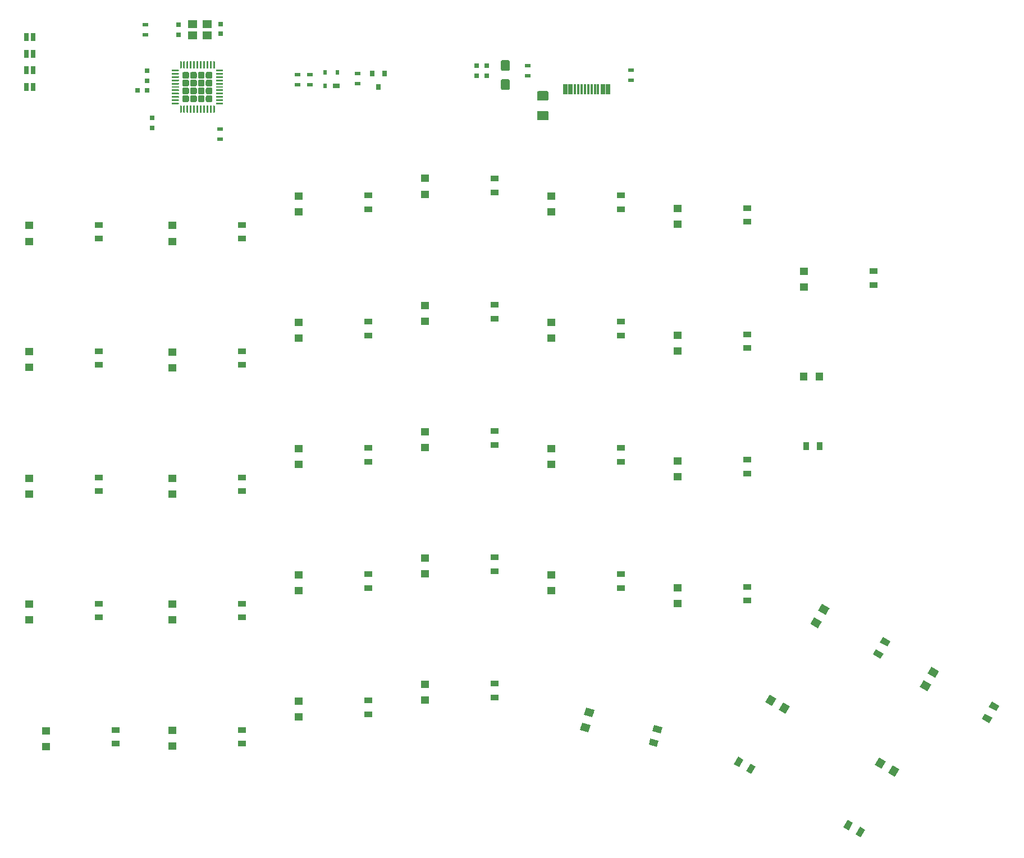
<source format=gbp>
G04 #@! TF.GenerationSoftware,KiCad,Pcbnew,(5.1.5)-3*
G04 #@! TF.CreationDate,2020-05-12T17:07:08+04:00*
G04 #@! TF.ProjectId,redox_rev2,7265646f-785f-4726-9576-322e6b696361,2.0 NG*
G04 #@! TF.SameCoordinates,Original*
G04 #@! TF.FileFunction,Paste,Bot*
G04 #@! TF.FilePolarity,Positive*
%FSLAX46Y46*%
G04 Gerber Fmt 4.6, Leading zero omitted, Abs format (unit mm)*
G04 Created by KiCad (PCBNEW (5.1.5)-3) date 2020-05-12 17:07:08*
%MOMM*%
%LPD*%
G04 APERTURE LIST*
%ADD10R,0.700000X1.550000*%
%ADD11R,0.400000X1.550000*%
%ADD12R,0.900000X0.500000*%
%ADD13R,0.800000X0.900000*%
%ADD14R,1.300000X0.900000*%
%ADD15C,0.100000*%
%ADD16R,0.900000X1.300000*%
%ADD17R,0.750000X0.800000*%
%ADD18R,1.300000X1.100000*%
%ADD19R,1.300000X0.700000*%
%ADD20R,1.100000X1.300000*%
%ADD21R,0.700000X1.300000*%
%ADD22R,0.635000X1.143000*%
%ADD23R,1.000000X0.700000*%
%ADD24R,0.600000X0.700000*%
%ADD25R,1.400000X1.200000*%
%ADD26R,0.800000X0.750000*%
G04 APERTURE END LIST*
D10*
X173425000Y-49095000D03*
X166975000Y-49095000D03*
X172650000Y-49095000D03*
X167750000Y-49095000D03*
D11*
X168450000Y-49095000D03*
X171950000Y-49095000D03*
X168950000Y-49095000D03*
X171450000Y-49095000D03*
X169450000Y-49095000D03*
X170950000Y-49095000D03*
X170450000Y-49095000D03*
X169950000Y-49095000D03*
D12*
X135700000Y-48250000D03*
X135700000Y-46750000D03*
D13*
X138800000Y-48750000D03*
X139750000Y-46750000D03*
X137850000Y-46750000D03*
D14*
X96647000Y-71662000D03*
X96647000Y-69562000D03*
X96647000Y-90712000D03*
X96647000Y-88612000D03*
X96647000Y-109762000D03*
X96647000Y-107662000D03*
X96647000Y-128812000D03*
X96647000Y-126712000D03*
X99187000Y-147862000D03*
X99187000Y-145762000D03*
X118237000Y-71662000D03*
X118237000Y-69562000D03*
X118237000Y-90712000D03*
X118237000Y-88612000D03*
X118237000Y-109762000D03*
X118237000Y-107662000D03*
X118237000Y-128812000D03*
X118237000Y-126712000D03*
X118200000Y-147862000D03*
X118200000Y-145762000D03*
X137300000Y-67217000D03*
X137300000Y-65117000D03*
X137300000Y-86267000D03*
X137300000Y-84167000D03*
X137287000Y-105317000D03*
X137287000Y-103217000D03*
X137287000Y-124367000D03*
X137287000Y-122267000D03*
X137287000Y-143417000D03*
X137287000Y-141317000D03*
X156337000Y-64677000D03*
X156337000Y-62577000D03*
X156337000Y-83727000D03*
X156337000Y-81627000D03*
X156300000Y-102777000D03*
X156300000Y-100677000D03*
X156337000Y-121827000D03*
X156337000Y-119727000D03*
X156337000Y-140877000D03*
X156337000Y-138777000D03*
X175387000Y-67217000D03*
X175387000Y-65117000D03*
X175387000Y-86267000D03*
X175387000Y-84167000D03*
X175387000Y-105317000D03*
X175387000Y-103217000D03*
X175400000Y-124367000D03*
X175400000Y-122267000D03*
D15*
G36*
X179810857Y-147096323D02*
G01*
X181066560Y-147432788D01*
X180833623Y-148302121D01*
X179577920Y-147965656D01*
X179810857Y-147096323D01*
G37*
G36*
X180354377Y-145067879D02*
G01*
X181610080Y-145404344D01*
X181377143Y-146273677D01*
X180121440Y-145937212D01*
X180354377Y-145067879D01*
G37*
D14*
X194437000Y-69122000D03*
X194437000Y-67022000D03*
X194437000Y-88172000D03*
X194437000Y-86072000D03*
X194400000Y-107095000D03*
X194400000Y-104995000D03*
X194400000Y-126272000D03*
X194400000Y-124172000D03*
D15*
G36*
X193861384Y-150267083D02*
G01*
X193211384Y-151392917D01*
X192431962Y-150942917D01*
X193081962Y-149817083D01*
X193861384Y-150267083D01*
G37*
G36*
X195680038Y-151317083D02*
G01*
X195030038Y-152442917D01*
X194250616Y-151992917D01*
X194900616Y-150867083D01*
X195680038Y-151317083D01*
G37*
D14*
X213487000Y-78647000D03*
X213487000Y-76547000D03*
D16*
X203293000Y-102997000D03*
X205393000Y-102997000D03*
D15*
G36*
X213837083Y-133594616D02*
G01*
X214962917Y-134244616D01*
X214512917Y-135024038D01*
X213387083Y-134374038D01*
X213837083Y-133594616D01*
G37*
G36*
X214887083Y-131775962D02*
G01*
X216012917Y-132425962D01*
X215562917Y-133205384D01*
X214437083Y-132555384D01*
X214887083Y-131775962D01*
G37*
G36*
X230277083Y-143323616D02*
G01*
X231402917Y-143973616D01*
X230952917Y-144753038D01*
X229827083Y-144103038D01*
X230277083Y-143323616D01*
G37*
G36*
X231327083Y-141504962D02*
G01*
X232452917Y-142154962D01*
X232002917Y-142934384D01*
X230877083Y-142284384D01*
X231327083Y-141504962D01*
G37*
G36*
X210371384Y-159792083D02*
G01*
X209721384Y-160917917D01*
X208941962Y-160467917D01*
X209591962Y-159342083D01*
X210371384Y-159792083D01*
G37*
G36*
X212190038Y-160842083D02*
G01*
X211540038Y-161967917D01*
X210760616Y-161517917D01*
X211410616Y-160392083D01*
X212190038Y-160842083D01*
G37*
D17*
X104700000Y-53450000D03*
X104700000Y-54950000D03*
D18*
X86106000Y-69716000D03*
X86106000Y-72016000D03*
D19*
X86106000Y-69466000D03*
X86106000Y-72266000D03*
D18*
X86100000Y-88750000D03*
X86100000Y-91050000D03*
D19*
X86100000Y-88500000D03*
X86100000Y-91300000D03*
D18*
X86100000Y-107850000D03*
X86100000Y-110150000D03*
D19*
X86100000Y-107600000D03*
X86100000Y-110400000D03*
D18*
X86100000Y-126850000D03*
X86100000Y-129150000D03*
D19*
X86100000Y-126600000D03*
X86100000Y-129400000D03*
D18*
X88700000Y-145950000D03*
X88700000Y-148250000D03*
D19*
X88700000Y-145700000D03*
X88700000Y-148500000D03*
D18*
X107696000Y-69716000D03*
X107696000Y-72016000D03*
D19*
X107696000Y-69466000D03*
X107696000Y-72266000D03*
D18*
X107700000Y-88800000D03*
X107700000Y-91100000D03*
D19*
X107700000Y-88550000D03*
X107700000Y-91350000D03*
D18*
X107700000Y-107850000D03*
X107700000Y-110150000D03*
D19*
X107700000Y-107600000D03*
X107700000Y-110400000D03*
D18*
X107700000Y-126850000D03*
X107700000Y-129150000D03*
D19*
X107700000Y-126600000D03*
X107700000Y-129400000D03*
D18*
X107700000Y-145900000D03*
X107700000Y-148200000D03*
D19*
X107700000Y-145650000D03*
X107700000Y-148450000D03*
D18*
X126746000Y-65250000D03*
X126746000Y-67550000D03*
D19*
X126746000Y-65000000D03*
X126746000Y-67800000D03*
D18*
X126800000Y-84350000D03*
X126800000Y-86650000D03*
D19*
X126800000Y-84100000D03*
X126800000Y-86900000D03*
D18*
X126800000Y-103350000D03*
X126800000Y-105650000D03*
D19*
X126800000Y-103100000D03*
X126800000Y-105900000D03*
D18*
X126800000Y-122450000D03*
X126800000Y-124750000D03*
D19*
X126800000Y-122200000D03*
X126800000Y-125000000D03*
D18*
X126800000Y-141450000D03*
X126800000Y-143750000D03*
D19*
X126800000Y-141200000D03*
X126800000Y-144000000D03*
D18*
X145796000Y-62604000D03*
X145796000Y-64904000D03*
D19*
X145796000Y-62354000D03*
X145796000Y-65154000D03*
D18*
X145800000Y-81750000D03*
X145800000Y-84050000D03*
D19*
X145800000Y-81500000D03*
X145800000Y-84300000D03*
D18*
X145800000Y-100850000D03*
X145800000Y-103150000D03*
D19*
X145800000Y-100600000D03*
X145800000Y-103400000D03*
D18*
X145800000Y-119850000D03*
X145800000Y-122150000D03*
D19*
X145800000Y-119600000D03*
X145800000Y-122400000D03*
D18*
X145800000Y-138900000D03*
X145800000Y-141200000D03*
D19*
X145800000Y-138650000D03*
X145800000Y-141450000D03*
D18*
X164846000Y-65250000D03*
X164846000Y-67550000D03*
D19*
X164846000Y-65000000D03*
X164846000Y-67800000D03*
D18*
X164900000Y-84350000D03*
X164900000Y-86650000D03*
D19*
X164900000Y-84100000D03*
X164900000Y-86900000D03*
D18*
X164900000Y-103350000D03*
X164900000Y-105650000D03*
D19*
X164900000Y-103100000D03*
X164900000Y-105900000D03*
D18*
X164900000Y-122450000D03*
X164900000Y-124750000D03*
D19*
X164900000Y-122200000D03*
X164900000Y-125000000D03*
D15*
G36*
X171080785Y-143877862D02*
G01*
X169825082Y-143541397D01*
X170109783Y-142478878D01*
X171365486Y-142815343D01*
X171080785Y-143877862D01*
G37*
G36*
X170485501Y-146099492D02*
G01*
X169229798Y-145763027D01*
X169514499Y-144700508D01*
X170770202Y-145036973D01*
X170485501Y-146099492D01*
G37*
G36*
X171197254Y-143443195D02*
G01*
X169941551Y-143106731D01*
X170122724Y-142430583D01*
X171378427Y-142767047D01*
X171197254Y-143443195D01*
G37*
G36*
X170472560Y-146147787D02*
G01*
X169216857Y-145811323D01*
X169398030Y-145135175D01*
X170653733Y-145471639D01*
X170472560Y-146147787D01*
G37*
D18*
X183900000Y-67150000D03*
X183900000Y-69450000D03*
D19*
X183900000Y-66900000D03*
X183900000Y-69700000D03*
D18*
X183900000Y-86250000D03*
X183900000Y-88550000D03*
D19*
X183900000Y-86000000D03*
X183900000Y-88800000D03*
D18*
X183900000Y-105250000D03*
X183900000Y-107550000D03*
D19*
X183900000Y-105000000D03*
X183900000Y-107800000D03*
D18*
X183900000Y-124350000D03*
X183900000Y-126650000D03*
D19*
X183900000Y-124100000D03*
X183900000Y-126900000D03*
D15*
G36*
X199194615Y-142762917D02*
G01*
X199844615Y-141637083D01*
X200797243Y-142187083D01*
X200147243Y-143312917D01*
X199194615Y-142762917D01*
G37*
G36*
X197202757Y-141612917D02*
G01*
X197852757Y-140487083D01*
X198805385Y-141037083D01*
X198155385Y-142162917D01*
X197202757Y-141612917D01*
G37*
G36*
X199584327Y-142987917D02*
G01*
X200234327Y-141862083D01*
X200840545Y-142212083D01*
X200190545Y-143337917D01*
X199584327Y-142987917D01*
G37*
G36*
X197159455Y-141587917D02*
G01*
X197809455Y-140462083D01*
X198415673Y-140812083D01*
X197765673Y-141937917D01*
X197159455Y-141587917D01*
G37*
D18*
X202946000Y-76650000D03*
X202946000Y-78950000D03*
D19*
X202946000Y-76400000D03*
X202946000Y-79200000D03*
D20*
X205250000Y-92456000D03*
X202950000Y-92456000D03*
D21*
X205500000Y-92456000D03*
X202700000Y-92456000D03*
D15*
G36*
X206262917Y-128405385D02*
G01*
X205137083Y-127755385D01*
X205687083Y-126802757D01*
X206812917Y-127452757D01*
X206262917Y-128405385D01*
G37*
G36*
X205112917Y-130397243D02*
G01*
X203987083Y-129747243D01*
X204537083Y-128794615D01*
X205662917Y-129444615D01*
X205112917Y-130397243D01*
G37*
G36*
X206487917Y-128015673D02*
G01*
X205362083Y-127365673D01*
X205712083Y-126759455D01*
X206837917Y-127409455D01*
X206487917Y-128015673D01*
G37*
G36*
X205087917Y-130440545D02*
G01*
X203962083Y-129790545D01*
X204312083Y-129184327D01*
X205437917Y-129834327D01*
X205087917Y-130440545D01*
G37*
G36*
X222762917Y-137905385D02*
G01*
X221637083Y-137255385D01*
X222187083Y-136302757D01*
X223312917Y-136952757D01*
X222762917Y-137905385D01*
G37*
G36*
X221612917Y-139897243D02*
G01*
X220487083Y-139247243D01*
X221037083Y-138294615D01*
X222162917Y-138944615D01*
X221612917Y-139897243D01*
G37*
G36*
X222987917Y-137515673D02*
G01*
X221862083Y-136865673D01*
X222212083Y-136259455D01*
X223337917Y-136909455D01*
X222987917Y-137515673D01*
G37*
G36*
X221587917Y-139940545D02*
G01*
X220462083Y-139290545D01*
X220812083Y-138684327D01*
X221937917Y-139334327D01*
X221587917Y-139940545D01*
G37*
G36*
X215690544Y-152237917D02*
G01*
X216340544Y-151112083D01*
X217293172Y-151662083D01*
X216643172Y-152787917D01*
X215690544Y-152237917D01*
G37*
G36*
X213698686Y-151087917D02*
G01*
X214348686Y-149962083D01*
X215301314Y-150512083D01*
X214651314Y-151637917D01*
X213698686Y-151087917D01*
G37*
G36*
X216080256Y-152462917D02*
G01*
X216730256Y-151337083D01*
X217336474Y-151687083D01*
X216686474Y-152812917D01*
X216080256Y-152462917D01*
G37*
G36*
X213655384Y-151062917D02*
G01*
X214305384Y-149937083D01*
X214911602Y-150287083D01*
X214261602Y-151412917D01*
X213655384Y-151062917D01*
G37*
D22*
X85734620Y-46242000D03*
X86735380Y-46242000D03*
X85734620Y-48802000D03*
X86735380Y-48802000D03*
X85734620Y-43759000D03*
X86735380Y-43759000D03*
X85734620Y-41199000D03*
X86735380Y-41199000D03*
D23*
X132450000Y-48600000D03*
D24*
X132650000Y-46600000D03*
X130750000Y-48600000D03*
X130750000Y-46600000D03*
D25*
X113000000Y-39280000D03*
X110800000Y-39280000D03*
X110800000Y-40980000D03*
X113000000Y-40980000D03*
D17*
X115000000Y-39250000D03*
X115000000Y-40750000D03*
X108700000Y-39400000D03*
X108700000Y-40900000D03*
X155150000Y-45567900D03*
X155150000Y-47067900D03*
D26*
X103950000Y-49250000D03*
X102450000Y-49250000D03*
D17*
X153600000Y-45550000D03*
X153600000Y-47050000D03*
D12*
X161350000Y-47050000D03*
X161350000Y-45550000D03*
X176900000Y-46250000D03*
X176900000Y-47750000D03*
X126650000Y-46900000D03*
X126650000Y-48400000D03*
X128450000Y-46900000D03*
X128450000Y-48400000D03*
X103632000Y-40882000D03*
X103632000Y-39382000D03*
X114900000Y-55150000D03*
X114900000Y-56650000D03*
D15*
G36*
X158399505Y-47613704D02*
G01*
X158423773Y-47617304D01*
X158447572Y-47623265D01*
X158470671Y-47631530D01*
X158492850Y-47642020D01*
X158513893Y-47654632D01*
X158533599Y-47669247D01*
X158551777Y-47685723D01*
X158568253Y-47703901D01*
X158582868Y-47723607D01*
X158595480Y-47744650D01*
X158605970Y-47766829D01*
X158614235Y-47789928D01*
X158620196Y-47813727D01*
X158623796Y-47837995D01*
X158625000Y-47862499D01*
X158625000Y-48937501D01*
X158623796Y-48962005D01*
X158620196Y-48986273D01*
X158614235Y-49010072D01*
X158605970Y-49033171D01*
X158595480Y-49055350D01*
X158582868Y-49076393D01*
X158568253Y-49096099D01*
X158551777Y-49114277D01*
X158533599Y-49130753D01*
X158513893Y-49145368D01*
X158492850Y-49157980D01*
X158470671Y-49168470D01*
X158447572Y-49176735D01*
X158423773Y-49182696D01*
X158399505Y-49186296D01*
X158375001Y-49187500D01*
X157524999Y-49187500D01*
X157500495Y-49186296D01*
X157476227Y-49182696D01*
X157452428Y-49176735D01*
X157429329Y-49168470D01*
X157407150Y-49157980D01*
X157386107Y-49145368D01*
X157366401Y-49130753D01*
X157348223Y-49114277D01*
X157331747Y-49096099D01*
X157317132Y-49076393D01*
X157304520Y-49055350D01*
X157294030Y-49033171D01*
X157285765Y-49010072D01*
X157279804Y-48986273D01*
X157276204Y-48962005D01*
X157275000Y-48937501D01*
X157275000Y-47862499D01*
X157276204Y-47837995D01*
X157279804Y-47813727D01*
X157285765Y-47789928D01*
X157294030Y-47766829D01*
X157304520Y-47744650D01*
X157317132Y-47723607D01*
X157331747Y-47703901D01*
X157348223Y-47685723D01*
X157366401Y-47669247D01*
X157386107Y-47654632D01*
X157407150Y-47642020D01*
X157429329Y-47631530D01*
X157452428Y-47623265D01*
X157476227Y-47617304D01*
X157500495Y-47613704D01*
X157524999Y-47612500D01*
X158375001Y-47612500D01*
X158399505Y-47613704D01*
G37*
G36*
X158399505Y-44738704D02*
G01*
X158423773Y-44742304D01*
X158447572Y-44748265D01*
X158470671Y-44756530D01*
X158492850Y-44767020D01*
X158513893Y-44779632D01*
X158533599Y-44794247D01*
X158551777Y-44810723D01*
X158568253Y-44828901D01*
X158582868Y-44848607D01*
X158595480Y-44869650D01*
X158605970Y-44891829D01*
X158614235Y-44914928D01*
X158620196Y-44938727D01*
X158623796Y-44962995D01*
X158625000Y-44987499D01*
X158625000Y-46062501D01*
X158623796Y-46087005D01*
X158620196Y-46111273D01*
X158614235Y-46135072D01*
X158605970Y-46158171D01*
X158595480Y-46180350D01*
X158582868Y-46201393D01*
X158568253Y-46221099D01*
X158551777Y-46239277D01*
X158533599Y-46255753D01*
X158513893Y-46270368D01*
X158492850Y-46282980D01*
X158470671Y-46293470D01*
X158447572Y-46301735D01*
X158423773Y-46307696D01*
X158399505Y-46311296D01*
X158375001Y-46312500D01*
X157524999Y-46312500D01*
X157500495Y-46311296D01*
X157476227Y-46307696D01*
X157452428Y-46301735D01*
X157429329Y-46293470D01*
X157407150Y-46282980D01*
X157386107Y-46270368D01*
X157366401Y-46255753D01*
X157348223Y-46239277D01*
X157331747Y-46221099D01*
X157317132Y-46201393D01*
X157304520Y-46180350D01*
X157294030Y-46158171D01*
X157285765Y-46135072D01*
X157279804Y-46111273D01*
X157276204Y-46087005D01*
X157275000Y-46062501D01*
X157275000Y-44987499D01*
X157276204Y-44962995D01*
X157279804Y-44938727D01*
X157285765Y-44914928D01*
X157294030Y-44891829D01*
X157304520Y-44869650D01*
X157317132Y-44848607D01*
X157331747Y-44828901D01*
X157348223Y-44810723D01*
X157366401Y-44794247D01*
X157386107Y-44779632D01*
X157407150Y-44767020D01*
X157429329Y-44756530D01*
X157452428Y-44748265D01*
X157476227Y-44742304D01*
X157500495Y-44738704D01*
X157524999Y-44737500D01*
X158375001Y-44737500D01*
X158399505Y-44738704D01*
G37*
G36*
X164249504Y-49401204D02*
G01*
X164273773Y-49404804D01*
X164297571Y-49410765D01*
X164320671Y-49419030D01*
X164342849Y-49429520D01*
X164363893Y-49442133D01*
X164383598Y-49456747D01*
X164401777Y-49473223D01*
X164418253Y-49491402D01*
X164432867Y-49511107D01*
X164445480Y-49532151D01*
X164455970Y-49554329D01*
X164464235Y-49577429D01*
X164470196Y-49601227D01*
X164473796Y-49625496D01*
X164475000Y-49650000D01*
X164475000Y-50575000D01*
X164473796Y-50599504D01*
X164470196Y-50623773D01*
X164464235Y-50647571D01*
X164455970Y-50670671D01*
X164445480Y-50692849D01*
X164432867Y-50713893D01*
X164418253Y-50733598D01*
X164401777Y-50751777D01*
X164383598Y-50768253D01*
X164363893Y-50782867D01*
X164342849Y-50795480D01*
X164320671Y-50805970D01*
X164297571Y-50814235D01*
X164273773Y-50820196D01*
X164249504Y-50823796D01*
X164225000Y-50825000D01*
X162975000Y-50825000D01*
X162950496Y-50823796D01*
X162926227Y-50820196D01*
X162902429Y-50814235D01*
X162879329Y-50805970D01*
X162857151Y-50795480D01*
X162836107Y-50782867D01*
X162816402Y-50768253D01*
X162798223Y-50751777D01*
X162781747Y-50733598D01*
X162767133Y-50713893D01*
X162754520Y-50692849D01*
X162744030Y-50670671D01*
X162735765Y-50647571D01*
X162729804Y-50623773D01*
X162726204Y-50599504D01*
X162725000Y-50575000D01*
X162725000Y-49650000D01*
X162726204Y-49625496D01*
X162729804Y-49601227D01*
X162735765Y-49577429D01*
X162744030Y-49554329D01*
X162754520Y-49532151D01*
X162767133Y-49511107D01*
X162781747Y-49491402D01*
X162798223Y-49473223D01*
X162816402Y-49456747D01*
X162836107Y-49442133D01*
X162857151Y-49429520D01*
X162879329Y-49419030D01*
X162902429Y-49410765D01*
X162926227Y-49404804D01*
X162950496Y-49401204D01*
X162975000Y-49400000D01*
X164225000Y-49400000D01*
X164249504Y-49401204D01*
G37*
G36*
X164249504Y-52376204D02*
G01*
X164273773Y-52379804D01*
X164297571Y-52385765D01*
X164320671Y-52394030D01*
X164342849Y-52404520D01*
X164363893Y-52417133D01*
X164383598Y-52431747D01*
X164401777Y-52448223D01*
X164418253Y-52466402D01*
X164432867Y-52486107D01*
X164445480Y-52507151D01*
X164455970Y-52529329D01*
X164464235Y-52552429D01*
X164470196Y-52576227D01*
X164473796Y-52600496D01*
X164475000Y-52625000D01*
X164475000Y-53550000D01*
X164473796Y-53574504D01*
X164470196Y-53598773D01*
X164464235Y-53622571D01*
X164455970Y-53645671D01*
X164445480Y-53667849D01*
X164432867Y-53688893D01*
X164418253Y-53708598D01*
X164401777Y-53726777D01*
X164383598Y-53743253D01*
X164363893Y-53757867D01*
X164342849Y-53770480D01*
X164320671Y-53780970D01*
X164297571Y-53789235D01*
X164273773Y-53795196D01*
X164249504Y-53798796D01*
X164225000Y-53800000D01*
X162975000Y-53800000D01*
X162950496Y-53798796D01*
X162926227Y-53795196D01*
X162902429Y-53789235D01*
X162879329Y-53780970D01*
X162857151Y-53770480D01*
X162836107Y-53757867D01*
X162816402Y-53743253D01*
X162798223Y-53726777D01*
X162781747Y-53708598D01*
X162767133Y-53688893D01*
X162754520Y-53667849D01*
X162744030Y-53645671D01*
X162735765Y-53622571D01*
X162729804Y-53598773D01*
X162726204Y-53574504D01*
X162725000Y-53550000D01*
X162725000Y-52625000D01*
X162726204Y-52600496D01*
X162729804Y-52576227D01*
X162735765Y-52552429D01*
X162744030Y-52529329D01*
X162754520Y-52507151D01*
X162767133Y-52486107D01*
X162781747Y-52466402D01*
X162798223Y-52448223D01*
X162816402Y-52431747D01*
X162836107Y-52417133D01*
X162857151Y-52404520D01*
X162879329Y-52394030D01*
X162902429Y-52385765D01*
X162926227Y-52379804D01*
X162950496Y-52376204D01*
X162975000Y-52375000D01*
X164225000Y-52375000D01*
X164249504Y-52376204D01*
G37*
G36*
X110021493Y-50028216D02*
G01*
X110045761Y-50031816D01*
X110069560Y-50037777D01*
X110092659Y-50046042D01*
X110114838Y-50056532D01*
X110135881Y-50069144D01*
X110155587Y-50083759D01*
X110173765Y-50100235D01*
X110190241Y-50118413D01*
X110204856Y-50138119D01*
X110217468Y-50159162D01*
X110227958Y-50181341D01*
X110236223Y-50204440D01*
X110242184Y-50228239D01*
X110245784Y-50252507D01*
X110246988Y-50277011D01*
X110246988Y-50783989D01*
X110245784Y-50808493D01*
X110242184Y-50832761D01*
X110236223Y-50856560D01*
X110227958Y-50879659D01*
X110217468Y-50901838D01*
X110204856Y-50922881D01*
X110190241Y-50942587D01*
X110173765Y-50960765D01*
X110155587Y-50977241D01*
X110135881Y-50991856D01*
X110114838Y-51004468D01*
X110092659Y-51014958D01*
X110069560Y-51023223D01*
X110045761Y-51029184D01*
X110021493Y-51032784D01*
X109996989Y-51033988D01*
X109490011Y-51033988D01*
X109465507Y-51032784D01*
X109441239Y-51029184D01*
X109417440Y-51023223D01*
X109394341Y-51014958D01*
X109372162Y-51004468D01*
X109351119Y-50991856D01*
X109331413Y-50977241D01*
X109313235Y-50960765D01*
X109296759Y-50942587D01*
X109282144Y-50922881D01*
X109269532Y-50901838D01*
X109259042Y-50879659D01*
X109250777Y-50856560D01*
X109244816Y-50832761D01*
X109241216Y-50808493D01*
X109240012Y-50783989D01*
X109240012Y-50277011D01*
X109241216Y-50252507D01*
X109244816Y-50228239D01*
X109250777Y-50204440D01*
X109259042Y-50181341D01*
X109269532Y-50159162D01*
X109282144Y-50138119D01*
X109296759Y-50118413D01*
X109313235Y-50100235D01*
X109331413Y-50083759D01*
X109351119Y-50069144D01*
X109372162Y-50056532D01*
X109394341Y-50046042D01*
X109417440Y-50037777D01*
X109441239Y-50031816D01*
X109465507Y-50028216D01*
X109490011Y-50027012D01*
X109996989Y-50027012D01*
X110021493Y-50028216D01*
G37*
G36*
X110021493Y-48853216D02*
G01*
X110045761Y-48856816D01*
X110069560Y-48862777D01*
X110092659Y-48871042D01*
X110114838Y-48881532D01*
X110135881Y-48894144D01*
X110155587Y-48908759D01*
X110173765Y-48925235D01*
X110190241Y-48943413D01*
X110204856Y-48963119D01*
X110217468Y-48984162D01*
X110227958Y-49006341D01*
X110236223Y-49029440D01*
X110242184Y-49053239D01*
X110245784Y-49077507D01*
X110246988Y-49102011D01*
X110246988Y-49608989D01*
X110245784Y-49633493D01*
X110242184Y-49657761D01*
X110236223Y-49681560D01*
X110227958Y-49704659D01*
X110217468Y-49726838D01*
X110204856Y-49747881D01*
X110190241Y-49767587D01*
X110173765Y-49785765D01*
X110155587Y-49802241D01*
X110135881Y-49816856D01*
X110114838Y-49829468D01*
X110092659Y-49839958D01*
X110069560Y-49848223D01*
X110045761Y-49854184D01*
X110021493Y-49857784D01*
X109996989Y-49858988D01*
X109490011Y-49858988D01*
X109465507Y-49857784D01*
X109441239Y-49854184D01*
X109417440Y-49848223D01*
X109394341Y-49839958D01*
X109372162Y-49829468D01*
X109351119Y-49816856D01*
X109331413Y-49802241D01*
X109313235Y-49785765D01*
X109296759Y-49767587D01*
X109282144Y-49747881D01*
X109269532Y-49726838D01*
X109259042Y-49704659D01*
X109250777Y-49681560D01*
X109244816Y-49657761D01*
X109241216Y-49633493D01*
X109240012Y-49608989D01*
X109240012Y-49102011D01*
X109241216Y-49077507D01*
X109244816Y-49053239D01*
X109250777Y-49029440D01*
X109259042Y-49006341D01*
X109269532Y-48984162D01*
X109282144Y-48963119D01*
X109296759Y-48943413D01*
X109313235Y-48925235D01*
X109331413Y-48908759D01*
X109351119Y-48894144D01*
X109372162Y-48881532D01*
X109394341Y-48871042D01*
X109417440Y-48862777D01*
X109441239Y-48856816D01*
X109465507Y-48853216D01*
X109490011Y-48852012D01*
X109996989Y-48852012D01*
X110021493Y-48853216D01*
G37*
G36*
X110021493Y-47678216D02*
G01*
X110045761Y-47681816D01*
X110069560Y-47687777D01*
X110092659Y-47696042D01*
X110114838Y-47706532D01*
X110135881Y-47719144D01*
X110155587Y-47733759D01*
X110173765Y-47750235D01*
X110190241Y-47768413D01*
X110204856Y-47788119D01*
X110217468Y-47809162D01*
X110227958Y-47831341D01*
X110236223Y-47854440D01*
X110242184Y-47878239D01*
X110245784Y-47902507D01*
X110246988Y-47927011D01*
X110246988Y-48433989D01*
X110245784Y-48458493D01*
X110242184Y-48482761D01*
X110236223Y-48506560D01*
X110227958Y-48529659D01*
X110217468Y-48551838D01*
X110204856Y-48572881D01*
X110190241Y-48592587D01*
X110173765Y-48610765D01*
X110155587Y-48627241D01*
X110135881Y-48641856D01*
X110114838Y-48654468D01*
X110092659Y-48664958D01*
X110069560Y-48673223D01*
X110045761Y-48679184D01*
X110021493Y-48682784D01*
X109996989Y-48683988D01*
X109490011Y-48683988D01*
X109465507Y-48682784D01*
X109441239Y-48679184D01*
X109417440Y-48673223D01*
X109394341Y-48664958D01*
X109372162Y-48654468D01*
X109351119Y-48641856D01*
X109331413Y-48627241D01*
X109313235Y-48610765D01*
X109296759Y-48592587D01*
X109282144Y-48572881D01*
X109269532Y-48551838D01*
X109259042Y-48529659D01*
X109250777Y-48506560D01*
X109244816Y-48482761D01*
X109241216Y-48458493D01*
X109240012Y-48433989D01*
X109240012Y-47927011D01*
X109241216Y-47902507D01*
X109244816Y-47878239D01*
X109250777Y-47854440D01*
X109259042Y-47831341D01*
X109269532Y-47809162D01*
X109282144Y-47788119D01*
X109296759Y-47768413D01*
X109313235Y-47750235D01*
X109331413Y-47733759D01*
X109351119Y-47719144D01*
X109372162Y-47706532D01*
X109394341Y-47696042D01*
X109417440Y-47687777D01*
X109441239Y-47681816D01*
X109465507Y-47678216D01*
X109490011Y-47677012D01*
X109996989Y-47677012D01*
X110021493Y-47678216D01*
G37*
G36*
X110021493Y-46503216D02*
G01*
X110045761Y-46506816D01*
X110069560Y-46512777D01*
X110092659Y-46521042D01*
X110114838Y-46531532D01*
X110135881Y-46544144D01*
X110155587Y-46558759D01*
X110173765Y-46575235D01*
X110190241Y-46593413D01*
X110204856Y-46613119D01*
X110217468Y-46634162D01*
X110227958Y-46656341D01*
X110236223Y-46679440D01*
X110242184Y-46703239D01*
X110245784Y-46727507D01*
X110246988Y-46752011D01*
X110246988Y-47258989D01*
X110245784Y-47283493D01*
X110242184Y-47307761D01*
X110236223Y-47331560D01*
X110227958Y-47354659D01*
X110217468Y-47376838D01*
X110204856Y-47397881D01*
X110190241Y-47417587D01*
X110173765Y-47435765D01*
X110155587Y-47452241D01*
X110135881Y-47466856D01*
X110114838Y-47479468D01*
X110092659Y-47489958D01*
X110069560Y-47498223D01*
X110045761Y-47504184D01*
X110021493Y-47507784D01*
X109996989Y-47508988D01*
X109490011Y-47508988D01*
X109465507Y-47507784D01*
X109441239Y-47504184D01*
X109417440Y-47498223D01*
X109394341Y-47489958D01*
X109372162Y-47479468D01*
X109351119Y-47466856D01*
X109331413Y-47452241D01*
X109313235Y-47435765D01*
X109296759Y-47417587D01*
X109282144Y-47397881D01*
X109269532Y-47376838D01*
X109259042Y-47354659D01*
X109250777Y-47331560D01*
X109244816Y-47307761D01*
X109241216Y-47283493D01*
X109240012Y-47258989D01*
X109240012Y-46752011D01*
X109241216Y-46727507D01*
X109244816Y-46703239D01*
X109250777Y-46679440D01*
X109259042Y-46656341D01*
X109269532Y-46634162D01*
X109282144Y-46613119D01*
X109296759Y-46593413D01*
X109313235Y-46575235D01*
X109331413Y-46558759D01*
X109351119Y-46544144D01*
X109372162Y-46531532D01*
X109394341Y-46521042D01*
X109417440Y-46512777D01*
X109441239Y-46506816D01*
X109465507Y-46503216D01*
X109490011Y-46502012D01*
X109996989Y-46502012D01*
X110021493Y-46503216D01*
G37*
G36*
X111196493Y-50028216D02*
G01*
X111220761Y-50031816D01*
X111244560Y-50037777D01*
X111267659Y-50046042D01*
X111289838Y-50056532D01*
X111310881Y-50069144D01*
X111330587Y-50083759D01*
X111348765Y-50100235D01*
X111365241Y-50118413D01*
X111379856Y-50138119D01*
X111392468Y-50159162D01*
X111402958Y-50181341D01*
X111411223Y-50204440D01*
X111417184Y-50228239D01*
X111420784Y-50252507D01*
X111421988Y-50277011D01*
X111421988Y-50783989D01*
X111420784Y-50808493D01*
X111417184Y-50832761D01*
X111411223Y-50856560D01*
X111402958Y-50879659D01*
X111392468Y-50901838D01*
X111379856Y-50922881D01*
X111365241Y-50942587D01*
X111348765Y-50960765D01*
X111330587Y-50977241D01*
X111310881Y-50991856D01*
X111289838Y-51004468D01*
X111267659Y-51014958D01*
X111244560Y-51023223D01*
X111220761Y-51029184D01*
X111196493Y-51032784D01*
X111171989Y-51033988D01*
X110665011Y-51033988D01*
X110640507Y-51032784D01*
X110616239Y-51029184D01*
X110592440Y-51023223D01*
X110569341Y-51014958D01*
X110547162Y-51004468D01*
X110526119Y-50991856D01*
X110506413Y-50977241D01*
X110488235Y-50960765D01*
X110471759Y-50942587D01*
X110457144Y-50922881D01*
X110444532Y-50901838D01*
X110434042Y-50879659D01*
X110425777Y-50856560D01*
X110419816Y-50832761D01*
X110416216Y-50808493D01*
X110415012Y-50783989D01*
X110415012Y-50277011D01*
X110416216Y-50252507D01*
X110419816Y-50228239D01*
X110425777Y-50204440D01*
X110434042Y-50181341D01*
X110444532Y-50159162D01*
X110457144Y-50138119D01*
X110471759Y-50118413D01*
X110488235Y-50100235D01*
X110506413Y-50083759D01*
X110526119Y-50069144D01*
X110547162Y-50056532D01*
X110569341Y-50046042D01*
X110592440Y-50037777D01*
X110616239Y-50031816D01*
X110640507Y-50028216D01*
X110665011Y-50027012D01*
X111171989Y-50027012D01*
X111196493Y-50028216D01*
G37*
G36*
X111196493Y-48853216D02*
G01*
X111220761Y-48856816D01*
X111244560Y-48862777D01*
X111267659Y-48871042D01*
X111289838Y-48881532D01*
X111310881Y-48894144D01*
X111330587Y-48908759D01*
X111348765Y-48925235D01*
X111365241Y-48943413D01*
X111379856Y-48963119D01*
X111392468Y-48984162D01*
X111402958Y-49006341D01*
X111411223Y-49029440D01*
X111417184Y-49053239D01*
X111420784Y-49077507D01*
X111421988Y-49102011D01*
X111421988Y-49608989D01*
X111420784Y-49633493D01*
X111417184Y-49657761D01*
X111411223Y-49681560D01*
X111402958Y-49704659D01*
X111392468Y-49726838D01*
X111379856Y-49747881D01*
X111365241Y-49767587D01*
X111348765Y-49785765D01*
X111330587Y-49802241D01*
X111310881Y-49816856D01*
X111289838Y-49829468D01*
X111267659Y-49839958D01*
X111244560Y-49848223D01*
X111220761Y-49854184D01*
X111196493Y-49857784D01*
X111171989Y-49858988D01*
X110665011Y-49858988D01*
X110640507Y-49857784D01*
X110616239Y-49854184D01*
X110592440Y-49848223D01*
X110569341Y-49839958D01*
X110547162Y-49829468D01*
X110526119Y-49816856D01*
X110506413Y-49802241D01*
X110488235Y-49785765D01*
X110471759Y-49767587D01*
X110457144Y-49747881D01*
X110444532Y-49726838D01*
X110434042Y-49704659D01*
X110425777Y-49681560D01*
X110419816Y-49657761D01*
X110416216Y-49633493D01*
X110415012Y-49608989D01*
X110415012Y-49102011D01*
X110416216Y-49077507D01*
X110419816Y-49053239D01*
X110425777Y-49029440D01*
X110434042Y-49006341D01*
X110444532Y-48984162D01*
X110457144Y-48963119D01*
X110471759Y-48943413D01*
X110488235Y-48925235D01*
X110506413Y-48908759D01*
X110526119Y-48894144D01*
X110547162Y-48881532D01*
X110569341Y-48871042D01*
X110592440Y-48862777D01*
X110616239Y-48856816D01*
X110640507Y-48853216D01*
X110665011Y-48852012D01*
X111171989Y-48852012D01*
X111196493Y-48853216D01*
G37*
G36*
X111196493Y-47678216D02*
G01*
X111220761Y-47681816D01*
X111244560Y-47687777D01*
X111267659Y-47696042D01*
X111289838Y-47706532D01*
X111310881Y-47719144D01*
X111330587Y-47733759D01*
X111348765Y-47750235D01*
X111365241Y-47768413D01*
X111379856Y-47788119D01*
X111392468Y-47809162D01*
X111402958Y-47831341D01*
X111411223Y-47854440D01*
X111417184Y-47878239D01*
X111420784Y-47902507D01*
X111421988Y-47927011D01*
X111421988Y-48433989D01*
X111420784Y-48458493D01*
X111417184Y-48482761D01*
X111411223Y-48506560D01*
X111402958Y-48529659D01*
X111392468Y-48551838D01*
X111379856Y-48572881D01*
X111365241Y-48592587D01*
X111348765Y-48610765D01*
X111330587Y-48627241D01*
X111310881Y-48641856D01*
X111289838Y-48654468D01*
X111267659Y-48664958D01*
X111244560Y-48673223D01*
X111220761Y-48679184D01*
X111196493Y-48682784D01*
X111171989Y-48683988D01*
X110665011Y-48683988D01*
X110640507Y-48682784D01*
X110616239Y-48679184D01*
X110592440Y-48673223D01*
X110569341Y-48664958D01*
X110547162Y-48654468D01*
X110526119Y-48641856D01*
X110506413Y-48627241D01*
X110488235Y-48610765D01*
X110471759Y-48592587D01*
X110457144Y-48572881D01*
X110444532Y-48551838D01*
X110434042Y-48529659D01*
X110425777Y-48506560D01*
X110419816Y-48482761D01*
X110416216Y-48458493D01*
X110415012Y-48433989D01*
X110415012Y-47927011D01*
X110416216Y-47902507D01*
X110419816Y-47878239D01*
X110425777Y-47854440D01*
X110434042Y-47831341D01*
X110444532Y-47809162D01*
X110457144Y-47788119D01*
X110471759Y-47768413D01*
X110488235Y-47750235D01*
X110506413Y-47733759D01*
X110526119Y-47719144D01*
X110547162Y-47706532D01*
X110569341Y-47696042D01*
X110592440Y-47687777D01*
X110616239Y-47681816D01*
X110640507Y-47678216D01*
X110665011Y-47677012D01*
X111171989Y-47677012D01*
X111196493Y-47678216D01*
G37*
G36*
X111196493Y-46503216D02*
G01*
X111220761Y-46506816D01*
X111244560Y-46512777D01*
X111267659Y-46521042D01*
X111289838Y-46531532D01*
X111310881Y-46544144D01*
X111330587Y-46558759D01*
X111348765Y-46575235D01*
X111365241Y-46593413D01*
X111379856Y-46613119D01*
X111392468Y-46634162D01*
X111402958Y-46656341D01*
X111411223Y-46679440D01*
X111417184Y-46703239D01*
X111420784Y-46727507D01*
X111421988Y-46752011D01*
X111421988Y-47258989D01*
X111420784Y-47283493D01*
X111417184Y-47307761D01*
X111411223Y-47331560D01*
X111402958Y-47354659D01*
X111392468Y-47376838D01*
X111379856Y-47397881D01*
X111365241Y-47417587D01*
X111348765Y-47435765D01*
X111330587Y-47452241D01*
X111310881Y-47466856D01*
X111289838Y-47479468D01*
X111267659Y-47489958D01*
X111244560Y-47498223D01*
X111220761Y-47504184D01*
X111196493Y-47507784D01*
X111171989Y-47508988D01*
X110665011Y-47508988D01*
X110640507Y-47507784D01*
X110616239Y-47504184D01*
X110592440Y-47498223D01*
X110569341Y-47489958D01*
X110547162Y-47479468D01*
X110526119Y-47466856D01*
X110506413Y-47452241D01*
X110488235Y-47435765D01*
X110471759Y-47417587D01*
X110457144Y-47397881D01*
X110444532Y-47376838D01*
X110434042Y-47354659D01*
X110425777Y-47331560D01*
X110419816Y-47307761D01*
X110416216Y-47283493D01*
X110415012Y-47258989D01*
X110415012Y-46752011D01*
X110416216Y-46727507D01*
X110419816Y-46703239D01*
X110425777Y-46679440D01*
X110434042Y-46656341D01*
X110444532Y-46634162D01*
X110457144Y-46613119D01*
X110471759Y-46593413D01*
X110488235Y-46575235D01*
X110506413Y-46558759D01*
X110526119Y-46544144D01*
X110547162Y-46531532D01*
X110569341Y-46521042D01*
X110592440Y-46512777D01*
X110616239Y-46506816D01*
X110640507Y-46503216D01*
X110665011Y-46502012D01*
X111171989Y-46502012D01*
X111196493Y-46503216D01*
G37*
G36*
X112371493Y-50028216D02*
G01*
X112395761Y-50031816D01*
X112419560Y-50037777D01*
X112442659Y-50046042D01*
X112464838Y-50056532D01*
X112485881Y-50069144D01*
X112505587Y-50083759D01*
X112523765Y-50100235D01*
X112540241Y-50118413D01*
X112554856Y-50138119D01*
X112567468Y-50159162D01*
X112577958Y-50181341D01*
X112586223Y-50204440D01*
X112592184Y-50228239D01*
X112595784Y-50252507D01*
X112596988Y-50277011D01*
X112596988Y-50783989D01*
X112595784Y-50808493D01*
X112592184Y-50832761D01*
X112586223Y-50856560D01*
X112577958Y-50879659D01*
X112567468Y-50901838D01*
X112554856Y-50922881D01*
X112540241Y-50942587D01*
X112523765Y-50960765D01*
X112505587Y-50977241D01*
X112485881Y-50991856D01*
X112464838Y-51004468D01*
X112442659Y-51014958D01*
X112419560Y-51023223D01*
X112395761Y-51029184D01*
X112371493Y-51032784D01*
X112346989Y-51033988D01*
X111840011Y-51033988D01*
X111815507Y-51032784D01*
X111791239Y-51029184D01*
X111767440Y-51023223D01*
X111744341Y-51014958D01*
X111722162Y-51004468D01*
X111701119Y-50991856D01*
X111681413Y-50977241D01*
X111663235Y-50960765D01*
X111646759Y-50942587D01*
X111632144Y-50922881D01*
X111619532Y-50901838D01*
X111609042Y-50879659D01*
X111600777Y-50856560D01*
X111594816Y-50832761D01*
X111591216Y-50808493D01*
X111590012Y-50783989D01*
X111590012Y-50277011D01*
X111591216Y-50252507D01*
X111594816Y-50228239D01*
X111600777Y-50204440D01*
X111609042Y-50181341D01*
X111619532Y-50159162D01*
X111632144Y-50138119D01*
X111646759Y-50118413D01*
X111663235Y-50100235D01*
X111681413Y-50083759D01*
X111701119Y-50069144D01*
X111722162Y-50056532D01*
X111744341Y-50046042D01*
X111767440Y-50037777D01*
X111791239Y-50031816D01*
X111815507Y-50028216D01*
X111840011Y-50027012D01*
X112346989Y-50027012D01*
X112371493Y-50028216D01*
G37*
G36*
X112371493Y-48853216D02*
G01*
X112395761Y-48856816D01*
X112419560Y-48862777D01*
X112442659Y-48871042D01*
X112464838Y-48881532D01*
X112485881Y-48894144D01*
X112505587Y-48908759D01*
X112523765Y-48925235D01*
X112540241Y-48943413D01*
X112554856Y-48963119D01*
X112567468Y-48984162D01*
X112577958Y-49006341D01*
X112586223Y-49029440D01*
X112592184Y-49053239D01*
X112595784Y-49077507D01*
X112596988Y-49102011D01*
X112596988Y-49608989D01*
X112595784Y-49633493D01*
X112592184Y-49657761D01*
X112586223Y-49681560D01*
X112577958Y-49704659D01*
X112567468Y-49726838D01*
X112554856Y-49747881D01*
X112540241Y-49767587D01*
X112523765Y-49785765D01*
X112505587Y-49802241D01*
X112485881Y-49816856D01*
X112464838Y-49829468D01*
X112442659Y-49839958D01*
X112419560Y-49848223D01*
X112395761Y-49854184D01*
X112371493Y-49857784D01*
X112346989Y-49858988D01*
X111840011Y-49858988D01*
X111815507Y-49857784D01*
X111791239Y-49854184D01*
X111767440Y-49848223D01*
X111744341Y-49839958D01*
X111722162Y-49829468D01*
X111701119Y-49816856D01*
X111681413Y-49802241D01*
X111663235Y-49785765D01*
X111646759Y-49767587D01*
X111632144Y-49747881D01*
X111619532Y-49726838D01*
X111609042Y-49704659D01*
X111600777Y-49681560D01*
X111594816Y-49657761D01*
X111591216Y-49633493D01*
X111590012Y-49608989D01*
X111590012Y-49102011D01*
X111591216Y-49077507D01*
X111594816Y-49053239D01*
X111600777Y-49029440D01*
X111609042Y-49006341D01*
X111619532Y-48984162D01*
X111632144Y-48963119D01*
X111646759Y-48943413D01*
X111663235Y-48925235D01*
X111681413Y-48908759D01*
X111701119Y-48894144D01*
X111722162Y-48881532D01*
X111744341Y-48871042D01*
X111767440Y-48862777D01*
X111791239Y-48856816D01*
X111815507Y-48853216D01*
X111840011Y-48852012D01*
X112346989Y-48852012D01*
X112371493Y-48853216D01*
G37*
G36*
X112371493Y-47678216D02*
G01*
X112395761Y-47681816D01*
X112419560Y-47687777D01*
X112442659Y-47696042D01*
X112464838Y-47706532D01*
X112485881Y-47719144D01*
X112505587Y-47733759D01*
X112523765Y-47750235D01*
X112540241Y-47768413D01*
X112554856Y-47788119D01*
X112567468Y-47809162D01*
X112577958Y-47831341D01*
X112586223Y-47854440D01*
X112592184Y-47878239D01*
X112595784Y-47902507D01*
X112596988Y-47927011D01*
X112596988Y-48433989D01*
X112595784Y-48458493D01*
X112592184Y-48482761D01*
X112586223Y-48506560D01*
X112577958Y-48529659D01*
X112567468Y-48551838D01*
X112554856Y-48572881D01*
X112540241Y-48592587D01*
X112523765Y-48610765D01*
X112505587Y-48627241D01*
X112485881Y-48641856D01*
X112464838Y-48654468D01*
X112442659Y-48664958D01*
X112419560Y-48673223D01*
X112395761Y-48679184D01*
X112371493Y-48682784D01*
X112346989Y-48683988D01*
X111840011Y-48683988D01*
X111815507Y-48682784D01*
X111791239Y-48679184D01*
X111767440Y-48673223D01*
X111744341Y-48664958D01*
X111722162Y-48654468D01*
X111701119Y-48641856D01*
X111681413Y-48627241D01*
X111663235Y-48610765D01*
X111646759Y-48592587D01*
X111632144Y-48572881D01*
X111619532Y-48551838D01*
X111609042Y-48529659D01*
X111600777Y-48506560D01*
X111594816Y-48482761D01*
X111591216Y-48458493D01*
X111590012Y-48433989D01*
X111590012Y-47927011D01*
X111591216Y-47902507D01*
X111594816Y-47878239D01*
X111600777Y-47854440D01*
X111609042Y-47831341D01*
X111619532Y-47809162D01*
X111632144Y-47788119D01*
X111646759Y-47768413D01*
X111663235Y-47750235D01*
X111681413Y-47733759D01*
X111701119Y-47719144D01*
X111722162Y-47706532D01*
X111744341Y-47696042D01*
X111767440Y-47687777D01*
X111791239Y-47681816D01*
X111815507Y-47678216D01*
X111840011Y-47677012D01*
X112346989Y-47677012D01*
X112371493Y-47678216D01*
G37*
G36*
X112371493Y-46503216D02*
G01*
X112395761Y-46506816D01*
X112419560Y-46512777D01*
X112442659Y-46521042D01*
X112464838Y-46531532D01*
X112485881Y-46544144D01*
X112505587Y-46558759D01*
X112523765Y-46575235D01*
X112540241Y-46593413D01*
X112554856Y-46613119D01*
X112567468Y-46634162D01*
X112577958Y-46656341D01*
X112586223Y-46679440D01*
X112592184Y-46703239D01*
X112595784Y-46727507D01*
X112596988Y-46752011D01*
X112596988Y-47258989D01*
X112595784Y-47283493D01*
X112592184Y-47307761D01*
X112586223Y-47331560D01*
X112577958Y-47354659D01*
X112567468Y-47376838D01*
X112554856Y-47397881D01*
X112540241Y-47417587D01*
X112523765Y-47435765D01*
X112505587Y-47452241D01*
X112485881Y-47466856D01*
X112464838Y-47479468D01*
X112442659Y-47489958D01*
X112419560Y-47498223D01*
X112395761Y-47504184D01*
X112371493Y-47507784D01*
X112346989Y-47508988D01*
X111840011Y-47508988D01*
X111815507Y-47507784D01*
X111791239Y-47504184D01*
X111767440Y-47498223D01*
X111744341Y-47489958D01*
X111722162Y-47479468D01*
X111701119Y-47466856D01*
X111681413Y-47452241D01*
X111663235Y-47435765D01*
X111646759Y-47417587D01*
X111632144Y-47397881D01*
X111619532Y-47376838D01*
X111609042Y-47354659D01*
X111600777Y-47331560D01*
X111594816Y-47307761D01*
X111591216Y-47283493D01*
X111590012Y-47258989D01*
X111590012Y-46752011D01*
X111591216Y-46727507D01*
X111594816Y-46703239D01*
X111600777Y-46679440D01*
X111609042Y-46656341D01*
X111619532Y-46634162D01*
X111632144Y-46613119D01*
X111646759Y-46593413D01*
X111663235Y-46575235D01*
X111681413Y-46558759D01*
X111701119Y-46544144D01*
X111722162Y-46531532D01*
X111744341Y-46521042D01*
X111767440Y-46512777D01*
X111791239Y-46506816D01*
X111815507Y-46503216D01*
X111840011Y-46502012D01*
X112346989Y-46502012D01*
X112371493Y-46503216D01*
G37*
G36*
X113546493Y-50028216D02*
G01*
X113570761Y-50031816D01*
X113594560Y-50037777D01*
X113617659Y-50046042D01*
X113639838Y-50056532D01*
X113660881Y-50069144D01*
X113680587Y-50083759D01*
X113698765Y-50100235D01*
X113715241Y-50118413D01*
X113729856Y-50138119D01*
X113742468Y-50159162D01*
X113752958Y-50181341D01*
X113761223Y-50204440D01*
X113767184Y-50228239D01*
X113770784Y-50252507D01*
X113771988Y-50277011D01*
X113771988Y-50783989D01*
X113770784Y-50808493D01*
X113767184Y-50832761D01*
X113761223Y-50856560D01*
X113752958Y-50879659D01*
X113742468Y-50901838D01*
X113729856Y-50922881D01*
X113715241Y-50942587D01*
X113698765Y-50960765D01*
X113680587Y-50977241D01*
X113660881Y-50991856D01*
X113639838Y-51004468D01*
X113617659Y-51014958D01*
X113594560Y-51023223D01*
X113570761Y-51029184D01*
X113546493Y-51032784D01*
X113521989Y-51033988D01*
X113015011Y-51033988D01*
X112990507Y-51032784D01*
X112966239Y-51029184D01*
X112942440Y-51023223D01*
X112919341Y-51014958D01*
X112897162Y-51004468D01*
X112876119Y-50991856D01*
X112856413Y-50977241D01*
X112838235Y-50960765D01*
X112821759Y-50942587D01*
X112807144Y-50922881D01*
X112794532Y-50901838D01*
X112784042Y-50879659D01*
X112775777Y-50856560D01*
X112769816Y-50832761D01*
X112766216Y-50808493D01*
X112765012Y-50783989D01*
X112765012Y-50277011D01*
X112766216Y-50252507D01*
X112769816Y-50228239D01*
X112775777Y-50204440D01*
X112784042Y-50181341D01*
X112794532Y-50159162D01*
X112807144Y-50138119D01*
X112821759Y-50118413D01*
X112838235Y-50100235D01*
X112856413Y-50083759D01*
X112876119Y-50069144D01*
X112897162Y-50056532D01*
X112919341Y-50046042D01*
X112942440Y-50037777D01*
X112966239Y-50031816D01*
X112990507Y-50028216D01*
X113015011Y-50027012D01*
X113521989Y-50027012D01*
X113546493Y-50028216D01*
G37*
G36*
X113546493Y-48853216D02*
G01*
X113570761Y-48856816D01*
X113594560Y-48862777D01*
X113617659Y-48871042D01*
X113639838Y-48881532D01*
X113660881Y-48894144D01*
X113680587Y-48908759D01*
X113698765Y-48925235D01*
X113715241Y-48943413D01*
X113729856Y-48963119D01*
X113742468Y-48984162D01*
X113752958Y-49006341D01*
X113761223Y-49029440D01*
X113767184Y-49053239D01*
X113770784Y-49077507D01*
X113771988Y-49102011D01*
X113771988Y-49608989D01*
X113770784Y-49633493D01*
X113767184Y-49657761D01*
X113761223Y-49681560D01*
X113752958Y-49704659D01*
X113742468Y-49726838D01*
X113729856Y-49747881D01*
X113715241Y-49767587D01*
X113698765Y-49785765D01*
X113680587Y-49802241D01*
X113660881Y-49816856D01*
X113639838Y-49829468D01*
X113617659Y-49839958D01*
X113594560Y-49848223D01*
X113570761Y-49854184D01*
X113546493Y-49857784D01*
X113521989Y-49858988D01*
X113015011Y-49858988D01*
X112990507Y-49857784D01*
X112966239Y-49854184D01*
X112942440Y-49848223D01*
X112919341Y-49839958D01*
X112897162Y-49829468D01*
X112876119Y-49816856D01*
X112856413Y-49802241D01*
X112838235Y-49785765D01*
X112821759Y-49767587D01*
X112807144Y-49747881D01*
X112794532Y-49726838D01*
X112784042Y-49704659D01*
X112775777Y-49681560D01*
X112769816Y-49657761D01*
X112766216Y-49633493D01*
X112765012Y-49608989D01*
X112765012Y-49102011D01*
X112766216Y-49077507D01*
X112769816Y-49053239D01*
X112775777Y-49029440D01*
X112784042Y-49006341D01*
X112794532Y-48984162D01*
X112807144Y-48963119D01*
X112821759Y-48943413D01*
X112838235Y-48925235D01*
X112856413Y-48908759D01*
X112876119Y-48894144D01*
X112897162Y-48881532D01*
X112919341Y-48871042D01*
X112942440Y-48862777D01*
X112966239Y-48856816D01*
X112990507Y-48853216D01*
X113015011Y-48852012D01*
X113521989Y-48852012D01*
X113546493Y-48853216D01*
G37*
G36*
X113546493Y-47678216D02*
G01*
X113570761Y-47681816D01*
X113594560Y-47687777D01*
X113617659Y-47696042D01*
X113639838Y-47706532D01*
X113660881Y-47719144D01*
X113680587Y-47733759D01*
X113698765Y-47750235D01*
X113715241Y-47768413D01*
X113729856Y-47788119D01*
X113742468Y-47809162D01*
X113752958Y-47831341D01*
X113761223Y-47854440D01*
X113767184Y-47878239D01*
X113770784Y-47902507D01*
X113771988Y-47927011D01*
X113771988Y-48433989D01*
X113770784Y-48458493D01*
X113767184Y-48482761D01*
X113761223Y-48506560D01*
X113752958Y-48529659D01*
X113742468Y-48551838D01*
X113729856Y-48572881D01*
X113715241Y-48592587D01*
X113698765Y-48610765D01*
X113680587Y-48627241D01*
X113660881Y-48641856D01*
X113639838Y-48654468D01*
X113617659Y-48664958D01*
X113594560Y-48673223D01*
X113570761Y-48679184D01*
X113546493Y-48682784D01*
X113521989Y-48683988D01*
X113015011Y-48683988D01*
X112990507Y-48682784D01*
X112966239Y-48679184D01*
X112942440Y-48673223D01*
X112919341Y-48664958D01*
X112897162Y-48654468D01*
X112876119Y-48641856D01*
X112856413Y-48627241D01*
X112838235Y-48610765D01*
X112821759Y-48592587D01*
X112807144Y-48572881D01*
X112794532Y-48551838D01*
X112784042Y-48529659D01*
X112775777Y-48506560D01*
X112769816Y-48482761D01*
X112766216Y-48458493D01*
X112765012Y-48433989D01*
X112765012Y-47927011D01*
X112766216Y-47902507D01*
X112769816Y-47878239D01*
X112775777Y-47854440D01*
X112784042Y-47831341D01*
X112794532Y-47809162D01*
X112807144Y-47788119D01*
X112821759Y-47768413D01*
X112838235Y-47750235D01*
X112856413Y-47733759D01*
X112876119Y-47719144D01*
X112897162Y-47706532D01*
X112919341Y-47696042D01*
X112942440Y-47687777D01*
X112966239Y-47681816D01*
X112990507Y-47678216D01*
X113015011Y-47677012D01*
X113521989Y-47677012D01*
X113546493Y-47678216D01*
G37*
G36*
X113546493Y-46503216D02*
G01*
X113570761Y-46506816D01*
X113594560Y-46512777D01*
X113617659Y-46521042D01*
X113639838Y-46531532D01*
X113660881Y-46544144D01*
X113680587Y-46558759D01*
X113698765Y-46575235D01*
X113715241Y-46593413D01*
X113729856Y-46613119D01*
X113742468Y-46634162D01*
X113752958Y-46656341D01*
X113761223Y-46679440D01*
X113767184Y-46703239D01*
X113770784Y-46727507D01*
X113771988Y-46752011D01*
X113771988Y-47258989D01*
X113770784Y-47283493D01*
X113767184Y-47307761D01*
X113761223Y-47331560D01*
X113752958Y-47354659D01*
X113742468Y-47376838D01*
X113729856Y-47397881D01*
X113715241Y-47417587D01*
X113698765Y-47435765D01*
X113680587Y-47452241D01*
X113660881Y-47466856D01*
X113639838Y-47479468D01*
X113617659Y-47489958D01*
X113594560Y-47498223D01*
X113570761Y-47504184D01*
X113546493Y-47507784D01*
X113521989Y-47508988D01*
X113015011Y-47508988D01*
X112990507Y-47507784D01*
X112966239Y-47504184D01*
X112942440Y-47498223D01*
X112919341Y-47489958D01*
X112897162Y-47479468D01*
X112876119Y-47466856D01*
X112856413Y-47452241D01*
X112838235Y-47435765D01*
X112821759Y-47417587D01*
X112807144Y-47397881D01*
X112794532Y-47376838D01*
X112784042Y-47354659D01*
X112775777Y-47331560D01*
X112769816Y-47307761D01*
X112766216Y-47283493D01*
X112765012Y-47258989D01*
X112765012Y-46752011D01*
X112766216Y-46727507D01*
X112769816Y-46703239D01*
X112775777Y-46679440D01*
X112784042Y-46656341D01*
X112794532Y-46634162D01*
X112807144Y-46613119D01*
X112821759Y-46593413D01*
X112838235Y-46575235D01*
X112856413Y-46558759D01*
X112876119Y-46544144D01*
X112897162Y-46531532D01*
X112919341Y-46521042D01*
X112942440Y-46512777D01*
X112966239Y-46506816D01*
X112990507Y-46503216D01*
X113015011Y-46502012D01*
X113521989Y-46502012D01*
X113546493Y-46503216D01*
G37*
G36*
X108649626Y-51143301D02*
G01*
X108655693Y-51144201D01*
X108661643Y-51145691D01*
X108667418Y-51147758D01*
X108672962Y-51150380D01*
X108678223Y-51153533D01*
X108683150Y-51157187D01*
X108687694Y-51161306D01*
X108691813Y-51165850D01*
X108695467Y-51170777D01*
X108698620Y-51176038D01*
X108701242Y-51181582D01*
X108703309Y-51187357D01*
X108704799Y-51193307D01*
X108705699Y-51199374D01*
X108706000Y-51205500D01*
X108706000Y-51330500D01*
X108705699Y-51336626D01*
X108704799Y-51342693D01*
X108703309Y-51348643D01*
X108701242Y-51354418D01*
X108698620Y-51359962D01*
X108695467Y-51365223D01*
X108691813Y-51370150D01*
X108687694Y-51374694D01*
X108683150Y-51378813D01*
X108678223Y-51382467D01*
X108672962Y-51385620D01*
X108667418Y-51388242D01*
X108661643Y-51390309D01*
X108655693Y-51391799D01*
X108649626Y-51392699D01*
X108643500Y-51393000D01*
X107693500Y-51393000D01*
X107687374Y-51392699D01*
X107681307Y-51391799D01*
X107675357Y-51390309D01*
X107669582Y-51388242D01*
X107664038Y-51385620D01*
X107658777Y-51382467D01*
X107653850Y-51378813D01*
X107649306Y-51374694D01*
X107645187Y-51370150D01*
X107641533Y-51365223D01*
X107638380Y-51359962D01*
X107635758Y-51354418D01*
X107633691Y-51348643D01*
X107632201Y-51342693D01*
X107631301Y-51336626D01*
X107631000Y-51330500D01*
X107631000Y-51205500D01*
X107631301Y-51199374D01*
X107632201Y-51193307D01*
X107633691Y-51187357D01*
X107635758Y-51181582D01*
X107638380Y-51176038D01*
X107641533Y-51170777D01*
X107645187Y-51165850D01*
X107649306Y-51161306D01*
X107653850Y-51157187D01*
X107658777Y-51153533D01*
X107664038Y-51150380D01*
X107669582Y-51147758D01*
X107675357Y-51145691D01*
X107681307Y-51144201D01*
X107687374Y-51143301D01*
X107693500Y-51143000D01*
X108643500Y-51143000D01*
X108649626Y-51143301D01*
G37*
G36*
X108649626Y-50643301D02*
G01*
X108655693Y-50644201D01*
X108661643Y-50645691D01*
X108667418Y-50647758D01*
X108672962Y-50650380D01*
X108678223Y-50653533D01*
X108683150Y-50657187D01*
X108687694Y-50661306D01*
X108691813Y-50665850D01*
X108695467Y-50670777D01*
X108698620Y-50676038D01*
X108701242Y-50681582D01*
X108703309Y-50687357D01*
X108704799Y-50693307D01*
X108705699Y-50699374D01*
X108706000Y-50705500D01*
X108706000Y-50830500D01*
X108705699Y-50836626D01*
X108704799Y-50842693D01*
X108703309Y-50848643D01*
X108701242Y-50854418D01*
X108698620Y-50859962D01*
X108695467Y-50865223D01*
X108691813Y-50870150D01*
X108687694Y-50874694D01*
X108683150Y-50878813D01*
X108678223Y-50882467D01*
X108672962Y-50885620D01*
X108667418Y-50888242D01*
X108661643Y-50890309D01*
X108655693Y-50891799D01*
X108649626Y-50892699D01*
X108643500Y-50893000D01*
X107693500Y-50893000D01*
X107687374Y-50892699D01*
X107681307Y-50891799D01*
X107675357Y-50890309D01*
X107669582Y-50888242D01*
X107664038Y-50885620D01*
X107658777Y-50882467D01*
X107653850Y-50878813D01*
X107649306Y-50874694D01*
X107645187Y-50870150D01*
X107641533Y-50865223D01*
X107638380Y-50859962D01*
X107635758Y-50854418D01*
X107633691Y-50848643D01*
X107632201Y-50842693D01*
X107631301Y-50836626D01*
X107631000Y-50830500D01*
X107631000Y-50705500D01*
X107631301Y-50699374D01*
X107632201Y-50693307D01*
X107633691Y-50687357D01*
X107635758Y-50681582D01*
X107638380Y-50676038D01*
X107641533Y-50670777D01*
X107645187Y-50665850D01*
X107649306Y-50661306D01*
X107653850Y-50657187D01*
X107658777Y-50653533D01*
X107664038Y-50650380D01*
X107669582Y-50647758D01*
X107675357Y-50645691D01*
X107681307Y-50644201D01*
X107687374Y-50643301D01*
X107693500Y-50643000D01*
X108643500Y-50643000D01*
X108649626Y-50643301D01*
G37*
G36*
X108649626Y-50143301D02*
G01*
X108655693Y-50144201D01*
X108661643Y-50145691D01*
X108667418Y-50147758D01*
X108672962Y-50150380D01*
X108678223Y-50153533D01*
X108683150Y-50157187D01*
X108687694Y-50161306D01*
X108691813Y-50165850D01*
X108695467Y-50170777D01*
X108698620Y-50176038D01*
X108701242Y-50181582D01*
X108703309Y-50187357D01*
X108704799Y-50193307D01*
X108705699Y-50199374D01*
X108706000Y-50205500D01*
X108706000Y-50330500D01*
X108705699Y-50336626D01*
X108704799Y-50342693D01*
X108703309Y-50348643D01*
X108701242Y-50354418D01*
X108698620Y-50359962D01*
X108695467Y-50365223D01*
X108691813Y-50370150D01*
X108687694Y-50374694D01*
X108683150Y-50378813D01*
X108678223Y-50382467D01*
X108672962Y-50385620D01*
X108667418Y-50388242D01*
X108661643Y-50390309D01*
X108655693Y-50391799D01*
X108649626Y-50392699D01*
X108643500Y-50393000D01*
X107693500Y-50393000D01*
X107687374Y-50392699D01*
X107681307Y-50391799D01*
X107675357Y-50390309D01*
X107669582Y-50388242D01*
X107664038Y-50385620D01*
X107658777Y-50382467D01*
X107653850Y-50378813D01*
X107649306Y-50374694D01*
X107645187Y-50370150D01*
X107641533Y-50365223D01*
X107638380Y-50359962D01*
X107635758Y-50354418D01*
X107633691Y-50348643D01*
X107632201Y-50342693D01*
X107631301Y-50336626D01*
X107631000Y-50330500D01*
X107631000Y-50205500D01*
X107631301Y-50199374D01*
X107632201Y-50193307D01*
X107633691Y-50187357D01*
X107635758Y-50181582D01*
X107638380Y-50176038D01*
X107641533Y-50170777D01*
X107645187Y-50165850D01*
X107649306Y-50161306D01*
X107653850Y-50157187D01*
X107658777Y-50153533D01*
X107664038Y-50150380D01*
X107669582Y-50147758D01*
X107675357Y-50145691D01*
X107681307Y-50144201D01*
X107687374Y-50143301D01*
X107693500Y-50143000D01*
X108643500Y-50143000D01*
X108649626Y-50143301D01*
G37*
G36*
X108649626Y-49643301D02*
G01*
X108655693Y-49644201D01*
X108661643Y-49645691D01*
X108667418Y-49647758D01*
X108672962Y-49650380D01*
X108678223Y-49653533D01*
X108683150Y-49657187D01*
X108687694Y-49661306D01*
X108691813Y-49665850D01*
X108695467Y-49670777D01*
X108698620Y-49676038D01*
X108701242Y-49681582D01*
X108703309Y-49687357D01*
X108704799Y-49693307D01*
X108705699Y-49699374D01*
X108706000Y-49705500D01*
X108706000Y-49830500D01*
X108705699Y-49836626D01*
X108704799Y-49842693D01*
X108703309Y-49848643D01*
X108701242Y-49854418D01*
X108698620Y-49859962D01*
X108695467Y-49865223D01*
X108691813Y-49870150D01*
X108687694Y-49874694D01*
X108683150Y-49878813D01*
X108678223Y-49882467D01*
X108672962Y-49885620D01*
X108667418Y-49888242D01*
X108661643Y-49890309D01*
X108655693Y-49891799D01*
X108649626Y-49892699D01*
X108643500Y-49893000D01*
X107693500Y-49893000D01*
X107687374Y-49892699D01*
X107681307Y-49891799D01*
X107675357Y-49890309D01*
X107669582Y-49888242D01*
X107664038Y-49885620D01*
X107658777Y-49882467D01*
X107653850Y-49878813D01*
X107649306Y-49874694D01*
X107645187Y-49870150D01*
X107641533Y-49865223D01*
X107638380Y-49859962D01*
X107635758Y-49854418D01*
X107633691Y-49848643D01*
X107632201Y-49842693D01*
X107631301Y-49836626D01*
X107631000Y-49830500D01*
X107631000Y-49705500D01*
X107631301Y-49699374D01*
X107632201Y-49693307D01*
X107633691Y-49687357D01*
X107635758Y-49681582D01*
X107638380Y-49676038D01*
X107641533Y-49670777D01*
X107645187Y-49665850D01*
X107649306Y-49661306D01*
X107653850Y-49657187D01*
X107658777Y-49653533D01*
X107664038Y-49650380D01*
X107669582Y-49647758D01*
X107675357Y-49645691D01*
X107681307Y-49644201D01*
X107687374Y-49643301D01*
X107693500Y-49643000D01*
X108643500Y-49643000D01*
X108649626Y-49643301D01*
G37*
G36*
X108649626Y-49143301D02*
G01*
X108655693Y-49144201D01*
X108661643Y-49145691D01*
X108667418Y-49147758D01*
X108672962Y-49150380D01*
X108678223Y-49153533D01*
X108683150Y-49157187D01*
X108687694Y-49161306D01*
X108691813Y-49165850D01*
X108695467Y-49170777D01*
X108698620Y-49176038D01*
X108701242Y-49181582D01*
X108703309Y-49187357D01*
X108704799Y-49193307D01*
X108705699Y-49199374D01*
X108706000Y-49205500D01*
X108706000Y-49330500D01*
X108705699Y-49336626D01*
X108704799Y-49342693D01*
X108703309Y-49348643D01*
X108701242Y-49354418D01*
X108698620Y-49359962D01*
X108695467Y-49365223D01*
X108691813Y-49370150D01*
X108687694Y-49374694D01*
X108683150Y-49378813D01*
X108678223Y-49382467D01*
X108672962Y-49385620D01*
X108667418Y-49388242D01*
X108661643Y-49390309D01*
X108655693Y-49391799D01*
X108649626Y-49392699D01*
X108643500Y-49393000D01*
X107693500Y-49393000D01*
X107687374Y-49392699D01*
X107681307Y-49391799D01*
X107675357Y-49390309D01*
X107669582Y-49388242D01*
X107664038Y-49385620D01*
X107658777Y-49382467D01*
X107653850Y-49378813D01*
X107649306Y-49374694D01*
X107645187Y-49370150D01*
X107641533Y-49365223D01*
X107638380Y-49359962D01*
X107635758Y-49354418D01*
X107633691Y-49348643D01*
X107632201Y-49342693D01*
X107631301Y-49336626D01*
X107631000Y-49330500D01*
X107631000Y-49205500D01*
X107631301Y-49199374D01*
X107632201Y-49193307D01*
X107633691Y-49187357D01*
X107635758Y-49181582D01*
X107638380Y-49176038D01*
X107641533Y-49170777D01*
X107645187Y-49165850D01*
X107649306Y-49161306D01*
X107653850Y-49157187D01*
X107658777Y-49153533D01*
X107664038Y-49150380D01*
X107669582Y-49147758D01*
X107675357Y-49145691D01*
X107681307Y-49144201D01*
X107687374Y-49143301D01*
X107693500Y-49143000D01*
X108643500Y-49143000D01*
X108649626Y-49143301D01*
G37*
G36*
X108649626Y-48643301D02*
G01*
X108655693Y-48644201D01*
X108661643Y-48645691D01*
X108667418Y-48647758D01*
X108672962Y-48650380D01*
X108678223Y-48653533D01*
X108683150Y-48657187D01*
X108687694Y-48661306D01*
X108691813Y-48665850D01*
X108695467Y-48670777D01*
X108698620Y-48676038D01*
X108701242Y-48681582D01*
X108703309Y-48687357D01*
X108704799Y-48693307D01*
X108705699Y-48699374D01*
X108706000Y-48705500D01*
X108706000Y-48830500D01*
X108705699Y-48836626D01*
X108704799Y-48842693D01*
X108703309Y-48848643D01*
X108701242Y-48854418D01*
X108698620Y-48859962D01*
X108695467Y-48865223D01*
X108691813Y-48870150D01*
X108687694Y-48874694D01*
X108683150Y-48878813D01*
X108678223Y-48882467D01*
X108672962Y-48885620D01*
X108667418Y-48888242D01*
X108661643Y-48890309D01*
X108655693Y-48891799D01*
X108649626Y-48892699D01*
X108643500Y-48893000D01*
X107693500Y-48893000D01*
X107687374Y-48892699D01*
X107681307Y-48891799D01*
X107675357Y-48890309D01*
X107669582Y-48888242D01*
X107664038Y-48885620D01*
X107658777Y-48882467D01*
X107653850Y-48878813D01*
X107649306Y-48874694D01*
X107645187Y-48870150D01*
X107641533Y-48865223D01*
X107638380Y-48859962D01*
X107635758Y-48854418D01*
X107633691Y-48848643D01*
X107632201Y-48842693D01*
X107631301Y-48836626D01*
X107631000Y-48830500D01*
X107631000Y-48705500D01*
X107631301Y-48699374D01*
X107632201Y-48693307D01*
X107633691Y-48687357D01*
X107635758Y-48681582D01*
X107638380Y-48676038D01*
X107641533Y-48670777D01*
X107645187Y-48665850D01*
X107649306Y-48661306D01*
X107653850Y-48657187D01*
X107658777Y-48653533D01*
X107664038Y-48650380D01*
X107669582Y-48647758D01*
X107675357Y-48645691D01*
X107681307Y-48644201D01*
X107687374Y-48643301D01*
X107693500Y-48643000D01*
X108643500Y-48643000D01*
X108649626Y-48643301D01*
G37*
G36*
X108649626Y-48143301D02*
G01*
X108655693Y-48144201D01*
X108661643Y-48145691D01*
X108667418Y-48147758D01*
X108672962Y-48150380D01*
X108678223Y-48153533D01*
X108683150Y-48157187D01*
X108687694Y-48161306D01*
X108691813Y-48165850D01*
X108695467Y-48170777D01*
X108698620Y-48176038D01*
X108701242Y-48181582D01*
X108703309Y-48187357D01*
X108704799Y-48193307D01*
X108705699Y-48199374D01*
X108706000Y-48205500D01*
X108706000Y-48330500D01*
X108705699Y-48336626D01*
X108704799Y-48342693D01*
X108703309Y-48348643D01*
X108701242Y-48354418D01*
X108698620Y-48359962D01*
X108695467Y-48365223D01*
X108691813Y-48370150D01*
X108687694Y-48374694D01*
X108683150Y-48378813D01*
X108678223Y-48382467D01*
X108672962Y-48385620D01*
X108667418Y-48388242D01*
X108661643Y-48390309D01*
X108655693Y-48391799D01*
X108649626Y-48392699D01*
X108643500Y-48393000D01*
X107693500Y-48393000D01*
X107687374Y-48392699D01*
X107681307Y-48391799D01*
X107675357Y-48390309D01*
X107669582Y-48388242D01*
X107664038Y-48385620D01*
X107658777Y-48382467D01*
X107653850Y-48378813D01*
X107649306Y-48374694D01*
X107645187Y-48370150D01*
X107641533Y-48365223D01*
X107638380Y-48359962D01*
X107635758Y-48354418D01*
X107633691Y-48348643D01*
X107632201Y-48342693D01*
X107631301Y-48336626D01*
X107631000Y-48330500D01*
X107631000Y-48205500D01*
X107631301Y-48199374D01*
X107632201Y-48193307D01*
X107633691Y-48187357D01*
X107635758Y-48181582D01*
X107638380Y-48176038D01*
X107641533Y-48170777D01*
X107645187Y-48165850D01*
X107649306Y-48161306D01*
X107653850Y-48157187D01*
X107658777Y-48153533D01*
X107664038Y-48150380D01*
X107669582Y-48147758D01*
X107675357Y-48145691D01*
X107681307Y-48144201D01*
X107687374Y-48143301D01*
X107693500Y-48143000D01*
X108643500Y-48143000D01*
X108649626Y-48143301D01*
G37*
G36*
X108649626Y-47643301D02*
G01*
X108655693Y-47644201D01*
X108661643Y-47645691D01*
X108667418Y-47647758D01*
X108672962Y-47650380D01*
X108678223Y-47653533D01*
X108683150Y-47657187D01*
X108687694Y-47661306D01*
X108691813Y-47665850D01*
X108695467Y-47670777D01*
X108698620Y-47676038D01*
X108701242Y-47681582D01*
X108703309Y-47687357D01*
X108704799Y-47693307D01*
X108705699Y-47699374D01*
X108706000Y-47705500D01*
X108706000Y-47830500D01*
X108705699Y-47836626D01*
X108704799Y-47842693D01*
X108703309Y-47848643D01*
X108701242Y-47854418D01*
X108698620Y-47859962D01*
X108695467Y-47865223D01*
X108691813Y-47870150D01*
X108687694Y-47874694D01*
X108683150Y-47878813D01*
X108678223Y-47882467D01*
X108672962Y-47885620D01*
X108667418Y-47888242D01*
X108661643Y-47890309D01*
X108655693Y-47891799D01*
X108649626Y-47892699D01*
X108643500Y-47893000D01*
X107693500Y-47893000D01*
X107687374Y-47892699D01*
X107681307Y-47891799D01*
X107675357Y-47890309D01*
X107669582Y-47888242D01*
X107664038Y-47885620D01*
X107658777Y-47882467D01*
X107653850Y-47878813D01*
X107649306Y-47874694D01*
X107645187Y-47870150D01*
X107641533Y-47865223D01*
X107638380Y-47859962D01*
X107635758Y-47854418D01*
X107633691Y-47848643D01*
X107632201Y-47842693D01*
X107631301Y-47836626D01*
X107631000Y-47830500D01*
X107631000Y-47705500D01*
X107631301Y-47699374D01*
X107632201Y-47693307D01*
X107633691Y-47687357D01*
X107635758Y-47681582D01*
X107638380Y-47676038D01*
X107641533Y-47670777D01*
X107645187Y-47665850D01*
X107649306Y-47661306D01*
X107653850Y-47657187D01*
X107658777Y-47653533D01*
X107664038Y-47650380D01*
X107669582Y-47647758D01*
X107675357Y-47645691D01*
X107681307Y-47644201D01*
X107687374Y-47643301D01*
X107693500Y-47643000D01*
X108643500Y-47643000D01*
X108649626Y-47643301D01*
G37*
G36*
X108649626Y-47143301D02*
G01*
X108655693Y-47144201D01*
X108661643Y-47145691D01*
X108667418Y-47147758D01*
X108672962Y-47150380D01*
X108678223Y-47153533D01*
X108683150Y-47157187D01*
X108687694Y-47161306D01*
X108691813Y-47165850D01*
X108695467Y-47170777D01*
X108698620Y-47176038D01*
X108701242Y-47181582D01*
X108703309Y-47187357D01*
X108704799Y-47193307D01*
X108705699Y-47199374D01*
X108706000Y-47205500D01*
X108706000Y-47330500D01*
X108705699Y-47336626D01*
X108704799Y-47342693D01*
X108703309Y-47348643D01*
X108701242Y-47354418D01*
X108698620Y-47359962D01*
X108695467Y-47365223D01*
X108691813Y-47370150D01*
X108687694Y-47374694D01*
X108683150Y-47378813D01*
X108678223Y-47382467D01*
X108672962Y-47385620D01*
X108667418Y-47388242D01*
X108661643Y-47390309D01*
X108655693Y-47391799D01*
X108649626Y-47392699D01*
X108643500Y-47393000D01*
X107693500Y-47393000D01*
X107687374Y-47392699D01*
X107681307Y-47391799D01*
X107675357Y-47390309D01*
X107669582Y-47388242D01*
X107664038Y-47385620D01*
X107658777Y-47382467D01*
X107653850Y-47378813D01*
X107649306Y-47374694D01*
X107645187Y-47370150D01*
X107641533Y-47365223D01*
X107638380Y-47359962D01*
X107635758Y-47354418D01*
X107633691Y-47348643D01*
X107632201Y-47342693D01*
X107631301Y-47336626D01*
X107631000Y-47330500D01*
X107631000Y-47205500D01*
X107631301Y-47199374D01*
X107632201Y-47193307D01*
X107633691Y-47187357D01*
X107635758Y-47181582D01*
X107638380Y-47176038D01*
X107641533Y-47170777D01*
X107645187Y-47165850D01*
X107649306Y-47161306D01*
X107653850Y-47157187D01*
X107658777Y-47153533D01*
X107664038Y-47150380D01*
X107669582Y-47147758D01*
X107675357Y-47145691D01*
X107681307Y-47144201D01*
X107687374Y-47143301D01*
X107693500Y-47143000D01*
X108643500Y-47143000D01*
X108649626Y-47143301D01*
G37*
G36*
X108649626Y-46643301D02*
G01*
X108655693Y-46644201D01*
X108661643Y-46645691D01*
X108667418Y-46647758D01*
X108672962Y-46650380D01*
X108678223Y-46653533D01*
X108683150Y-46657187D01*
X108687694Y-46661306D01*
X108691813Y-46665850D01*
X108695467Y-46670777D01*
X108698620Y-46676038D01*
X108701242Y-46681582D01*
X108703309Y-46687357D01*
X108704799Y-46693307D01*
X108705699Y-46699374D01*
X108706000Y-46705500D01*
X108706000Y-46830500D01*
X108705699Y-46836626D01*
X108704799Y-46842693D01*
X108703309Y-46848643D01*
X108701242Y-46854418D01*
X108698620Y-46859962D01*
X108695467Y-46865223D01*
X108691813Y-46870150D01*
X108687694Y-46874694D01*
X108683150Y-46878813D01*
X108678223Y-46882467D01*
X108672962Y-46885620D01*
X108667418Y-46888242D01*
X108661643Y-46890309D01*
X108655693Y-46891799D01*
X108649626Y-46892699D01*
X108643500Y-46893000D01*
X107693500Y-46893000D01*
X107687374Y-46892699D01*
X107681307Y-46891799D01*
X107675357Y-46890309D01*
X107669582Y-46888242D01*
X107664038Y-46885620D01*
X107658777Y-46882467D01*
X107653850Y-46878813D01*
X107649306Y-46874694D01*
X107645187Y-46870150D01*
X107641533Y-46865223D01*
X107638380Y-46859962D01*
X107635758Y-46854418D01*
X107633691Y-46848643D01*
X107632201Y-46842693D01*
X107631301Y-46836626D01*
X107631000Y-46830500D01*
X107631000Y-46705500D01*
X107631301Y-46699374D01*
X107632201Y-46693307D01*
X107633691Y-46687357D01*
X107635758Y-46681582D01*
X107638380Y-46676038D01*
X107641533Y-46670777D01*
X107645187Y-46665850D01*
X107649306Y-46661306D01*
X107653850Y-46657187D01*
X107658777Y-46653533D01*
X107664038Y-46650380D01*
X107669582Y-46647758D01*
X107675357Y-46645691D01*
X107681307Y-46644201D01*
X107687374Y-46643301D01*
X107693500Y-46643000D01*
X108643500Y-46643000D01*
X108649626Y-46643301D01*
G37*
G36*
X108649626Y-46143301D02*
G01*
X108655693Y-46144201D01*
X108661643Y-46145691D01*
X108667418Y-46147758D01*
X108672962Y-46150380D01*
X108678223Y-46153533D01*
X108683150Y-46157187D01*
X108687694Y-46161306D01*
X108691813Y-46165850D01*
X108695467Y-46170777D01*
X108698620Y-46176038D01*
X108701242Y-46181582D01*
X108703309Y-46187357D01*
X108704799Y-46193307D01*
X108705699Y-46199374D01*
X108706000Y-46205500D01*
X108706000Y-46330500D01*
X108705699Y-46336626D01*
X108704799Y-46342693D01*
X108703309Y-46348643D01*
X108701242Y-46354418D01*
X108698620Y-46359962D01*
X108695467Y-46365223D01*
X108691813Y-46370150D01*
X108687694Y-46374694D01*
X108683150Y-46378813D01*
X108678223Y-46382467D01*
X108672962Y-46385620D01*
X108667418Y-46388242D01*
X108661643Y-46390309D01*
X108655693Y-46391799D01*
X108649626Y-46392699D01*
X108643500Y-46393000D01*
X107693500Y-46393000D01*
X107687374Y-46392699D01*
X107681307Y-46391799D01*
X107675357Y-46390309D01*
X107669582Y-46388242D01*
X107664038Y-46385620D01*
X107658777Y-46382467D01*
X107653850Y-46378813D01*
X107649306Y-46374694D01*
X107645187Y-46370150D01*
X107641533Y-46365223D01*
X107638380Y-46359962D01*
X107635758Y-46354418D01*
X107633691Y-46348643D01*
X107632201Y-46342693D01*
X107631301Y-46336626D01*
X107631000Y-46330500D01*
X107631000Y-46205500D01*
X107631301Y-46199374D01*
X107632201Y-46193307D01*
X107633691Y-46187357D01*
X107635758Y-46181582D01*
X107638380Y-46176038D01*
X107641533Y-46170777D01*
X107645187Y-46165850D01*
X107649306Y-46161306D01*
X107653850Y-46157187D01*
X107658777Y-46153533D01*
X107664038Y-46150380D01*
X107669582Y-46147758D01*
X107675357Y-46145691D01*
X107681307Y-46144201D01*
X107687374Y-46143301D01*
X107693500Y-46143000D01*
X108643500Y-46143000D01*
X108649626Y-46143301D01*
G37*
G36*
X109074626Y-44893301D02*
G01*
X109080693Y-44894201D01*
X109086643Y-44895691D01*
X109092418Y-44897758D01*
X109097962Y-44900380D01*
X109103223Y-44903533D01*
X109108150Y-44907187D01*
X109112694Y-44911306D01*
X109116813Y-44915850D01*
X109120467Y-44920777D01*
X109123620Y-44926038D01*
X109126242Y-44931582D01*
X109128309Y-44937357D01*
X109129799Y-44943307D01*
X109130699Y-44949374D01*
X109131000Y-44955500D01*
X109131000Y-45905500D01*
X109130699Y-45911626D01*
X109129799Y-45917693D01*
X109128309Y-45923643D01*
X109126242Y-45929418D01*
X109123620Y-45934962D01*
X109120467Y-45940223D01*
X109116813Y-45945150D01*
X109112694Y-45949694D01*
X109108150Y-45953813D01*
X109103223Y-45957467D01*
X109097962Y-45960620D01*
X109092418Y-45963242D01*
X109086643Y-45965309D01*
X109080693Y-45966799D01*
X109074626Y-45967699D01*
X109068500Y-45968000D01*
X108943500Y-45968000D01*
X108937374Y-45967699D01*
X108931307Y-45966799D01*
X108925357Y-45965309D01*
X108919582Y-45963242D01*
X108914038Y-45960620D01*
X108908777Y-45957467D01*
X108903850Y-45953813D01*
X108899306Y-45949694D01*
X108895187Y-45945150D01*
X108891533Y-45940223D01*
X108888380Y-45934962D01*
X108885758Y-45929418D01*
X108883691Y-45923643D01*
X108882201Y-45917693D01*
X108881301Y-45911626D01*
X108881000Y-45905500D01*
X108881000Y-44955500D01*
X108881301Y-44949374D01*
X108882201Y-44943307D01*
X108883691Y-44937357D01*
X108885758Y-44931582D01*
X108888380Y-44926038D01*
X108891533Y-44920777D01*
X108895187Y-44915850D01*
X108899306Y-44911306D01*
X108903850Y-44907187D01*
X108908777Y-44903533D01*
X108914038Y-44900380D01*
X108919582Y-44897758D01*
X108925357Y-44895691D01*
X108931307Y-44894201D01*
X108937374Y-44893301D01*
X108943500Y-44893000D01*
X109068500Y-44893000D01*
X109074626Y-44893301D01*
G37*
G36*
X109574626Y-44893301D02*
G01*
X109580693Y-44894201D01*
X109586643Y-44895691D01*
X109592418Y-44897758D01*
X109597962Y-44900380D01*
X109603223Y-44903533D01*
X109608150Y-44907187D01*
X109612694Y-44911306D01*
X109616813Y-44915850D01*
X109620467Y-44920777D01*
X109623620Y-44926038D01*
X109626242Y-44931582D01*
X109628309Y-44937357D01*
X109629799Y-44943307D01*
X109630699Y-44949374D01*
X109631000Y-44955500D01*
X109631000Y-45905500D01*
X109630699Y-45911626D01*
X109629799Y-45917693D01*
X109628309Y-45923643D01*
X109626242Y-45929418D01*
X109623620Y-45934962D01*
X109620467Y-45940223D01*
X109616813Y-45945150D01*
X109612694Y-45949694D01*
X109608150Y-45953813D01*
X109603223Y-45957467D01*
X109597962Y-45960620D01*
X109592418Y-45963242D01*
X109586643Y-45965309D01*
X109580693Y-45966799D01*
X109574626Y-45967699D01*
X109568500Y-45968000D01*
X109443500Y-45968000D01*
X109437374Y-45967699D01*
X109431307Y-45966799D01*
X109425357Y-45965309D01*
X109419582Y-45963242D01*
X109414038Y-45960620D01*
X109408777Y-45957467D01*
X109403850Y-45953813D01*
X109399306Y-45949694D01*
X109395187Y-45945150D01*
X109391533Y-45940223D01*
X109388380Y-45934962D01*
X109385758Y-45929418D01*
X109383691Y-45923643D01*
X109382201Y-45917693D01*
X109381301Y-45911626D01*
X109381000Y-45905500D01*
X109381000Y-44955500D01*
X109381301Y-44949374D01*
X109382201Y-44943307D01*
X109383691Y-44937357D01*
X109385758Y-44931582D01*
X109388380Y-44926038D01*
X109391533Y-44920777D01*
X109395187Y-44915850D01*
X109399306Y-44911306D01*
X109403850Y-44907187D01*
X109408777Y-44903533D01*
X109414038Y-44900380D01*
X109419582Y-44897758D01*
X109425357Y-44895691D01*
X109431307Y-44894201D01*
X109437374Y-44893301D01*
X109443500Y-44893000D01*
X109568500Y-44893000D01*
X109574626Y-44893301D01*
G37*
G36*
X110074626Y-44893301D02*
G01*
X110080693Y-44894201D01*
X110086643Y-44895691D01*
X110092418Y-44897758D01*
X110097962Y-44900380D01*
X110103223Y-44903533D01*
X110108150Y-44907187D01*
X110112694Y-44911306D01*
X110116813Y-44915850D01*
X110120467Y-44920777D01*
X110123620Y-44926038D01*
X110126242Y-44931582D01*
X110128309Y-44937357D01*
X110129799Y-44943307D01*
X110130699Y-44949374D01*
X110131000Y-44955500D01*
X110131000Y-45905500D01*
X110130699Y-45911626D01*
X110129799Y-45917693D01*
X110128309Y-45923643D01*
X110126242Y-45929418D01*
X110123620Y-45934962D01*
X110120467Y-45940223D01*
X110116813Y-45945150D01*
X110112694Y-45949694D01*
X110108150Y-45953813D01*
X110103223Y-45957467D01*
X110097962Y-45960620D01*
X110092418Y-45963242D01*
X110086643Y-45965309D01*
X110080693Y-45966799D01*
X110074626Y-45967699D01*
X110068500Y-45968000D01*
X109943500Y-45968000D01*
X109937374Y-45967699D01*
X109931307Y-45966799D01*
X109925357Y-45965309D01*
X109919582Y-45963242D01*
X109914038Y-45960620D01*
X109908777Y-45957467D01*
X109903850Y-45953813D01*
X109899306Y-45949694D01*
X109895187Y-45945150D01*
X109891533Y-45940223D01*
X109888380Y-45934962D01*
X109885758Y-45929418D01*
X109883691Y-45923643D01*
X109882201Y-45917693D01*
X109881301Y-45911626D01*
X109881000Y-45905500D01*
X109881000Y-44955500D01*
X109881301Y-44949374D01*
X109882201Y-44943307D01*
X109883691Y-44937357D01*
X109885758Y-44931582D01*
X109888380Y-44926038D01*
X109891533Y-44920777D01*
X109895187Y-44915850D01*
X109899306Y-44911306D01*
X109903850Y-44907187D01*
X109908777Y-44903533D01*
X109914038Y-44900380D01*
X109919582Y-44897758D01*
X109925357Y-44895691D01*
X109931307Y-44894201D01*
X109937374Y-44893301D01*
X109943500Y-44893000D01*
X110068500Y-44893000D01*
X110074626Y-44893301D01*
G37*
G36*
X110574626Y-44893301D02*
G01*
X110580693Y-44894201D01*
X110586643Y-44895691D01*
X110592418Y-44897758D01*
X110597962Y-44900380D01*
X110603223Y-44903533D01*
X110608150Y-44907187D01*
X110612694Y-44911306D01*
X110616813Y-44915850D01*
X110620467Y-44920777D01*
X110623620Y-44926038D01*
X110626242Y-44931582D01*
X110628309Y-44937357D01*
X110629799Y-44943307D01*
X110630699Y-44949374D01*
X110631000Y-44955500D01*
X110631000Y-45905500D01*
X110630699Y-45911626D01*
X110629799Y-45917693D01*
X110628309Y-45923643D01*
X110626242Y-45929418D01*
X110623620Y-45934962D01*
X110620467Y-45940223D01*
X110616813Y-45945150D01*
X110612694Y-45949694D01*
X110608150Y-45953813D01*
X110603223Y-45957467D01*
X110597962Y-45960620D01*
X110592418Y-45963242D01*
X110586643Y-45965309D01*
X110580693Y-45966799D01*
X110574626Y-45967699D01*
X110568500Y-45968000D01*
X110443500Y-45968000D01*
X110437374Y-45967699D01*
X110431307Y-45966799D01*
X110425357Y-45965309D01*
X110419582Y-45963242D01*
X110414038Y-45960620D01*
X110408777Y-45957467D01*
X110403850Y-45953813D01*
X110399306Y-45949694D01*
X110395187Y-45945150D01*
X110391533Y-45940223D01*
X110388380Y-45934962D01*
X110385758Y-45929418D01*
X110383691Y-45923643D01*
X110382201Y-45917693D01*
X110381301Y-45911626D01*
X110381000Y-45905500D01*
X110381000Y-44955500D01*
X110381301Y-44949374D01*
X110382201Y-44943307D01*
X110383691Y-44937357D01*
X110385758Y-44931582D01*
X110388380Y-44926038D01*
X110391533Y-44920777D01*
X110395187Y-44915850D01*
X110399306Y-44911306D01*
X110403850Y-44907187D01*
X110408777Y-44903533D01*
X110414038Y-44900380D01*
X110419582Y-44897758D01*
X110425357Y-44895691D01*
X110431307Y-44894201D01*
X110437374Y-44893301D01*
X110443500Y-44893000D01*
X110568500Y-44893000D01*
X110574626Y-44893301D01*
G37*
G36*
X111074626Y-44893301D02*
G01*
X111080693Y-44894201D01*
X111086643Y-44895691D01*
X111092418Y-44897758D01*
X111097962Y-44900380D01*
X111103223Y-44903533D01*
X111108150Y-44907187D01*
X111112694Y-44911306D01*
X111116813Y-44915850D01*
X111120467Y-44920777D01*
X111123620Y-44926038D01*
X111126242Y-44931582D01*
X111128309Y-44937357D01*
X111129799Y-44943307D01*
X111130699Y-44949374D01*
X111131000Y-44955500D01*
X111131000Y-45905500D01*
X111130699Y-45911626D01*
X111129799Y-45917693D01*
X111128309Y-45923643D01*
X111126242Y-45929418D01*
X111123620Y-45934962D01*
X111120467Y-45940223D01*
X111116813Y-45945150D01*
X111112694Y-45949694D01*
X111108150Y-45953813D01*
X111103223Y-45957467D01*
X111097962Y-45960620D01*
X111092418Y-45963242D01*
X111086643Y-45965309D01*
X111080693Y-45966799D01*
X111074626Y-45967699D01*
X111068500Y-45968000D01*
X110943500Y-45968000D01*
X110937374Y-45967699D01*
X110931307Y-45966799D01*
X110925357Y-45965309D01*
X110919582Y-45963242D01*
X110914038Y-45960620D01*
X110908777Y-45957467D01*
X110903850Y-45953813D01*
X110899306Y-45949694D01*
X110895187Y-45945150D01*
X110891533Y-45940223D01*
X110888380Y-45934962D01*
X110885758Y-45929418D01*
X110883691Y-45923643D01*
X110882201Y-45917693D01*
X110881301Y-45911626D01*
X110881000Y-45905500D01*
X110881000Y-44955500D01*
X110881301Y-44949374D01*
X110882201Y-44943307D01*
X110883691Y-44937357D01*
X110885758Y-44931582D01*
X110888380Y-44926038D01*
X110891533Y-44920777D01*
X110895187Y-44915850D01*
X110899306Y-44911306D01*
X110903850Y-44907187D01*
X110908777Y-44903533D01*
X110914038Y-44900380D01*
X110919582Y-44897758D01*
X110925357Y-44895691D01*
X110931307Y-44894201D01*
X110937374Y-44893301D01*
X110943500Y-44893000D01*
X111068500Y-44893000D01*
X111074626Y-44893301D01*
G37*
G36*
X111574626Y-44893301D02*
G01*
X111580693Y-44894201D01*
X111586643Y-44895691D01*
X111592418Y-44897758D01*
X111597962Y-44900380D01*
X111603223Y-44903533D01*
X111608150Y-44907187D01*
X111612694Y-44911306D01*
X111616813Y-44915850D01*
X111620467Y-44920777D01*
X111623620Y-44926038D01*
X111626242Y-44931582D01*
X111628309Y-44937357D01*
X111629799Y-44943307D01*
X111630699Y-44949374D01*
X111631000Y-44955500D01*
X111631000Y-45905500D01*
X111630699Y-45911626D01*
X111629799Y-45917693D01*
X111628309Y-45923643D01*
X111626242Y-45929418D01*
X111623620Y-45934962D01*
X111620467Y-45940223D01*
X111616813Y-45945150D01*
X111612694Y-45949694D01*
X111608150Y-45953813D01*
X111603223Y-45957467D01*
X111597962Y-45960620D01*
X111592418Y-45963242D01*
X111586643Y-45965309D01*
X111580693Y-45966799D01*
X111574626Y-45967699D01*
X111568500Y-45968000D01*
X111443500Y-45968000D01*
X111437374Y-45967699D01*
X111431307Y-45966799D01*
X111425357Y-45965309D01*
X111419582Y-45963242D01*
X111414038Y-45960620D01*
X111408777Y-45957467D01*
X111403850Y-45953813D01*
X111399306Y-45949694D01*
X111395187Y-45945150D01*
X111391533Y-45940223D01*
X111388380Y-45934962D01*
X111385758Y-45929418D01*
X111383691Y-45923643D01*
X111382201Y-45917693D01*
X111381301Y-45911626D01*
X111381000Y-45905500D01*
X111381000Y-44955500D01*
X111381301Y-44949374D01*
X111382201Y-44943307D01*
X111383691Y-44937357D01*
X111385758Y-44931582D01*
X111388380Y-44926038D01*
X111391533Y-44920777D01*
X111395187Y-44915850D01*
X111399306Y-44911306D01*
X111403850Y-44907187D01*
X111408777Y-44903533D01*
X111414038Y-44900380D01*
X111419582Y-44897758D01*
X111425357Y-44895691D01*
X111431307Y-44894201D01*
X111437374Y-44893301D01*
X111443500Y-44893000D01*
X111568500Y-44893000D01*
X111574626Y-44893301D01*
G37*
G36*
X112074626Y-44893301D02*
G01*
X112080693Y-44894201D01*
X112086643Y-44895691D01*
X112092418Y-44897758D01*
X112097962Y-44900380D01*
X112103223Y-44903533D01*
X112108150Y-44907187D01*
X112112694Y-44911306D01*
X112116813Y-44915850D01*
X112120467Y-44920777D01*
X112123620Y-44926038D01*
X112126242Y-44931582D01*
X112128309Y-44937357D01*
X112129799Y-44943307D01*
X112130699Y-44949374D01*
X112131000Y-44955500D01*
X112131000Y-45905500D01*
X112130699Y-45911626D01*
X112129799Y-45917693D01*
X112128309Y-45923643D01*
X112126242Y-45929418D01*
X112123620Y-45934962D01*
X112120467Y-45940223D01*
X112116813Y-45945150D01*
X112112694Y-45949694D01*
X112108150Y-45953813D01*
X112103223Y-45957467D01*
X112097962Y-45960620D01*
X112092418Y-45963242D01*
X112086643Y-45965309D01*
X112080693Y-45966799D01*
X112074626Y-45967699D01*
X112068500Y-45968000D01*
X111943500Y-45968000D01*
X111937374Y-45967699D01*
X111931307Y-45966799D01*
X111925357Y-45965309D01*
X111919582Y-45963242D01*
X111914038Y-45960620D01*
X111908777Y-45957467D01*
X111903850Y-45953813D01*
X111899306Y-45949694D01*
X111895187Y-45945150D01*
X111891533Y-45940223D01*
X111888380Y-45934962D01*
X111885758Y-45929418D01*
X111883691Y-45923643D01*
X111882201Y-45917693D01*
X111881301Y-45911626D01*
X111881000Y-45905500D01*
X111881000Y-44955500D01*
X111881301Y-44949374D01*
X111882201Y-44943307D01*
X111883691Y-44937357D01*
X111885758Y-44931582D01*
X111888380Y-44926038D01*
X111891533Y-44920777D01*
X111895187Y-44915850D01*
X111899306Y-44911306D01*
X111903850Y-44907187D01*
X111908777Y-44903533D01*
X111914038Y-44900380D01*
X111919582Y-44897758D01*
X111925357Y-44895691D01*
X111931307Y-44894201D01*
X111937374Y-44893301D01*
X111943500Y-44893000D01*
X112068500Y-44893000D01*
X112074626Y-44893301D01*
G37*
G36*
X112574626Y-44893301D02*
G01*
X112580693Y-44894201D01*
X112586643Y-44895691D01*
X112592418Y-44897758D01*
X112597962Y-44900380D01*
X112603223Y-44903533D01*
X112608150Y-44907187D01*
X112612694Y-44911306D01*
X112616813Y-44915850D01*
X112620467Y-44920777D01*
X112623620Y-44926038D01*
X112626242Y-44931582D01*
X112628309Y-44937357D01*
X112629799Y-44943307D01*
X112630699Y-44949374D01*
X112631000Y-44955500D01*
X112631000Y-45905500D01*
X112630699Y-45911626D01*
X112629799Y-45917693D01*
X112628309Y-45923643D01*
X112626242Y-45929418D01*
X112623620Y-45934962D01*
X112620467Y-45940223D01*
X112616813Y-45945150D01*
X112612694Y-45949694D01*
X112608150Y-45953813D01*
X112603223Y-45957467D01*
X112597962Y-45960620D01*
X112592418Y-45963242D01*
X112586643Y-45965309D01*
X112580693Y-45966799D01*
X112574626Y-45967699D01*
X112568500Y-45968000D01*
X112443500Y-45968000D01*
X112437374Y-45967699D01*
X112431307Y-45966799D01*
X112425357Y-45965309D01*
X112419582Y-45963242D01*
X112414038Y-45960620D01*
X112408777Y-45957467D01*
X112403850Y-45953813D01*
X112399306Y-45949694D01*
X112395187Y-45945150D01*
X112391533Y-45940223D01*
X112388380Y-45934962D01*
X112385758Y-45929418D01*
X112383691Y-45923643D01*
X112382201Y-45917693D01*
X112381301Y-45911626D01*
X112381000Y-45905500D01*
X112381000Y-44955500D01*
X112381301Y-44949374D01*
X112382201Y-44943307D01*
X112383691Y-44937357D01*
X112385758Y-44931582D01*
X112388380Y-44926038D01*
X112391533Y-44920777D01*
X112395187Y-44915850D01*
X112399306Y-44911306D01*
X112403850Y-44907187D01*
X112408777Y-44903533D01*
X112414038Y-44900380D01*
X112419582Y-44897758D01*
X112425357Y-44895691D01*
X112431307Y-44894201D01*
X112437374Y-44893301D01*
X112443500Y-44893000D01*
X112568500Y-44893000D01*
X112574626Y-44893301D01*
G37*
G36*
X113074626Y-44893301D02*
G01*
X113080693Y-44894201D01*
X113086643Y-44895691D01*
X113092418Y-44897758D01*
X113097962Y-44900380D01*
X113103223Y-44903533D01*
X113108150Y-44907187D01*
X113112694Y-44911306D01*
X113116813Y-44915850D01*
X113120467Y-44920777D01*
X113123620Y-44926038D01*
X113126242Y-44931582D01*
X113128309Y-44937357D01*
X113129799Y-44943307D01*
X113130699Y-44949374D01*
X113131000Y-44955500D01*
X113131000Y-45905500D01*
X113130699Y-45911626D01*
X113129799Y-45917693D01*
X113128309Y-45923643D01*
X113126242Y-45929418D01*
X113123620Y-45934962D01*
X113120467Y-45940223D01*
X113116813Y-45945150D01*
X113112694Y-45949694D01*
X113108150Y-45953813D01*
X113103223Y-45957467D01*
X113097962Y-45960620D01*
X113092418Y-45963242D01*
X113086643Y-45965309D01*
X113080693Y-45966799D01*
X113074626Y-45967699D01*
X113068500Y-45968000D01*
X112943500Y-45968000D01*
X112937374Y-45967699D01*
X112931307Y-45966799D01*
X112925357Y-45965309D01*
X112919582Y-45963242D01*
X112914038Y-45960620D01*
X112908777Y-45957467D01*
X112903850Y-45953813D01*
X112899306Y-45949694D01*
X112895187Y-45945150D01*
X112891533Y-45940223D01*
X112888380Y-45934962D01*
X112885758Y-45929418D01*
X112883691Y-45923643D01*
X112882201Y-45917693D01*
X112881301Y-45911626D01*
X112881000Y-45905500D01*
X112881000Y-44955500D01*
X112881301Y-44949374D01*
X112882201Y-44943307D01*
X112883691Y-44937357D01*
X112885758Y-44931582D01*
X112888380Y-44926038D01*
X112891533Y-44920777D01*
X112895187Y-44915850D01*
X112899306Y-44911306D01*
X112903850Y-44907187D01*
X112908777Y-44903533D01*
X112914038Y-44900380D01*
X112919582Y-44897758D01*
X112925357Y-44895691D01*
X112931307Y-44894201D01*
X112937374Y-44893301D01*
X112943500Y-44893000D01*
X113068500Y-44893000D01*
X113074626Y-44893301D01*
G37*
G36*
X113574626Y-44893301D02*
G01*
X113580693Y-44894201D01*
X113586643Y-44895691D01*
X113592418Y-44897758D01*
X113597962Y-44900380D01*
X113603223Y-44903533D01*
X113608150Y-44907187D01*
X113612694Y-44911306D01*
X113616813Y-44915850D01*
X113620467Y-44920777D01*
X113623620Y-44926038D01*
X113626242Y-44931582D01*
X113628309Y-44937357D01*
X113629799Y-44943307D01*
X113630699Y-44949374D01*
X113631000Y-44955500D01*
X113631000Y-45905500D01*
X113630699Y-45911626D01*
X113629799Y-45917693D01*
X113628309Y-45923643D01*
X113626242Y-45929418D01*
X113623620Y-45934962D01*
X113620467Y-45940223D01*
X113616813Y-45945150D01*
X113612694Y-45949694D01*
X113608150Y-45953813D01*
X113603223Y-45957467D01*
X113597962Y-45960620D01*
X113592418Y-45963242D01*
X113586643Y-45965309D01*
X113580693Y-45966799D01*
X113574626Y-45967699D01*
X113568500Y-45968000D01*
X113443500Y-45968000D01*
X113437374Y-45967699D01*
X113431307Y-45966799D01*
X113425357Y-45965309D01*
X113419582Y-45963242D01*
X113414038Y-45960620D01*
X113408777Y-45957467D01*
X113403850Y-45953813D01*
X113399306Y-45949694D01*
X113395187Y-45945150D01*
X113391533Y-45940223D01*
X113388380Y-45934962D01*
X113385758Y-45929418D01*
X113383691Y-45923643D01*
X113382201Y-45917693D01*
X113381301Y-45911626D01*
X113381000Y-45905500D01*
X113381000Y-44955500D01*
X113381301Y-44949374D01*
X113382201Y-44943307D01*
X113383691Y-44937357D01*
X113385758Y-44931582D01*
X113388380Y-44926038D01*
X113391533Y-44920777D01*
X113395187Y-44915850D01*
X113399306Y-44911306D01*
X113403850Y-44907187D01*
X113408777Y-44903533D01*
X113414038Y-44900380D01*
X113419582Y-44897758D01*
X113425357Y-44895691D01*
X113431307Y-44894201D01*
X113437374Y-44893301D01*
X113443500Y-44893000D01*
X113568500Y-44893000D01*
X113574626Y-44893301D01*
G37*
G36*
X114074626Y-44893301D02*
G01*
X114080693Y-44894201D01*
X114086643Y-44895691D01*
X114092418Y-44897758D01*
X114097962Y-44900380D01*
X114103223Y-44903533D01*
X114108150Y-44907187D01*
X114112694Y-44911306D01*
X114116813Y-44915850D01*
X114120467Y-44920777D01*
X114123620Y-44926038D01*
X114126242Y-44931582D01*
X114128309Y-44937357D01*
X114129799Y-44943307D01*
X114130699Y-44949374D01*
X114131000Y-44955500D01*
X114131000Y-45905500D01*
X114130699Y-45911626D01*
X114129799Y-45917693D01*
X114128309Y-45923643D01*
X114126242Y-45929418D01*
X114123620Y-45934962D01*
X114120467Y-45940223D01*
X114116813Y-45945150D01*
X114112694Y-45949694D01*
X114108150Y-45953813D01*
X114103223Y-45957467D01*
X114097962Y-45960620D01*
X114092418Y-45963242D01*
X114086643Y-45965309D01*
X114080693Y-45966799D01*
X114074626Y-45967699D01*
X114068500Y-45968000D01*
X113943500Y-45968000D01*
X113937374Y-45967699D01*
X113931307Y-45966799D01*
X113925357Y-45965309D01*
X113919582Y-45963242D01*
X113914038Y-45960620D01*
X113908777Y-45957467D01*
X113903850Y-45953813D01*
X113899306Y-45949694D01*
X113895187Y-45945150D01*
X113891533Y-45940223D01*
X113888380Y-45934962D01*
X113885758Y-45929418D01*
X113883691Y-45923643D01*
X113882201Y-45917693D01*
X113881301Y-45911626D01*
X113881000Y-45905500D01*
X113881000Y-44955500D01*
X113881301Y-44949374D01*
X113882201Y-44943307D01*
X113883691Y-44937357D01*
X113885758Y-44931582D01*
X113888380Y-44926038D01*
X113891533Y-44920777D01*
X113895187Y-44915850D01*
X113899306Y-44911306D01*
X113903850Y-44907187D01*
X113908777Y-44903533D01*
X113914038Y-44900380D01*
X113919582Y-44897758D01*
X113925357Y-44895691D01*
X113931307Y-44894201D01*
X113937374Y-44893301D01*
X113943500Y-44893000D01*
X114068500Y-44893000D01*
X114074626Y-44893301D01*
G37*
G36*
X115324626Y-46143301D02*
G01*
X115330693Y-46144201D01*
X115336643Y-46145691D01*
X115342418Y-46147758D01*
X115347962Y-46150380D01*
X115353223Y-46153533D01*
X115358150Y-46157187D01*
X115362694Y-46161306D01*
X115366813Y-46165850D01*
X115370467Y-46170777D01*
X115373620Y-46176038D01*
X115376242Y-46181582D01*
X115378309Y-46187357D01*
X115379799Y-46193307D01*
X115380699Y-46199374D01*
X115381000Y-46205500D01*
X115381000Y-46330500D01*
X115380699Y-46336626D01*
X115379799Y-46342693D01*
X115378309Y-46348643D01*
X115376242Y-46354418D01*
X115373620Y-46359962D01*
X115370467Y-46365223D01*
X115366813Y-46370150D01*
X115362694Y-46374694D01*
X115358150Y-46378813D01*
X115353223Y-46382467D01*
X115347962Y-46385620D01*
X115342418Y-46388242D01*
X115336643Y-46390309D01*
X115330693Y-46391799D01*
X115324626Y-46392699D01*
X115318500Y-46393000D01*
X114368500Y-46393000D01*
X114362374Y-46392699D01*
X114356307Y-46391799D01*
X114350357Y-46390309D01*
X114344582Y-46388242D01*
X114339038Y-46385620D01*
X114333777Y-46382467D01*
X114328850Y-46378813D01*
X114324306Y-46374694D01*
X114320187Y-46370150D01*
X114316533Y-46365223D01*
X114313380Y-46359962D01*
X114310758Y-46354418D01*
X114308691Y-46348643D01*
X114307201Y-46342693D01*
X114306301Y-46336626D01*
X114306000Y-46330500D01*
X114306000Y-46205500D01*
X114306301Y-46199374D01*
X114307201Y-46193307D01*
X114308691Y-46187357D01*
X114310758Y-46181582D01*
X114313380Y-46176038D01*
X114316533Y-46170777D01*
X114320187Y-46165850D01*
X114324306Y-46161306D01*
X114328850Y-46157187D01*
X114333777Y-46153533D01*
X114339038Y-46150380D01*
X114344582Y-46147758D01*
X114350357Y-46145691D01*
X114356307Y-46144201D01*
X114362374Y-46143301D01*
X114368500Y-46143000D01*
X115318500Y-46143000D01*
X115324626Y-46143301D01*
G37*
G36*
X115324626Y-46643301D02*
G01*
X115330693Y-46644201D01*
X115336643Y-46645691D01*
X115342418Y-46647758D01*
X115347962Y-46650380D01*
X115353223Y-46653533D01*
X115358150Y-46657187D01*
X115362694Y-46661306D01*
X115366813Y-46665850D01*
X115370467Y-46670777D01*
X115373620Y-46676038D01*
X115376242Y-46681582D01*
X115378309Y-46687357D01*
X115379799Y-46693307D01*
X115380699Y-46699374D01*
X115381000Y-46705500D01*
X115381000Y-46830500D01*
X115380699Y-46836626D01*
X115379799Y-46842693D01*
X115378309Y-46848643D01*
X115376242Y-46854418D01*
X115373620Y-46859962D01*
X115370467Y-46865223D01*
X115366813Y-46870150D01*
X115362694Y-46874694D01*
X115358150Y-46878813D01*
X115353223Y-46882467D01*
X115347962Y-46885620D01*
X115342418Y-46888242D01*
X115336643Y-46890309D01*
X115330693Y-46891799D01*
X115324626Y-46892699D01*
X115318500Y-46893000D01*
X114368500Y-46893000D01*
X114362374Y-46892699D01*
X114356307Y-46891799D01*
X114350357Y-46890309D01*
X114344582Y-46888242D01*
X114339038Y-46885620D01*
X114333777Y-46882467D01*
X114328850Y-46878813D01*
X114324306Y-46874694D01*
X114320187Y-46870150D01*
X114316533Y-46865223D01*
X114313380Y-46859962D01*
X114310758Y-46854418D01*
X114308691Y-46848643D01*
X114307201Y-46842693D01*
X114306301Y-46836626D01*
X114306000Y-46830500D01*
X114306000Y-46705500D01*
X114306301Y-46699374D01*
X114307201Y-46693307D01*
X114308691Y-46687357D01*
X114310758Y-46681582D01*
X114313380Y-46676038D01*
X114316533Y-46670777D01*
X114320187Y-46665850D01*
X114324306Y-46661306D01*
X114328850Y-46657187D01*
X114333777Y-46653533D01*
X114339038Y-46650380D01*
X114344582Y-46647758D01*
X114350357Y-46645691D01*
X114356307Y-46644201D01*
X114362374Y-46643301D01*
X114368500Y-46643000D01*
X115318500Y-46643000D01*
X115324626Y-46643301D01*
G37*
G36*
X115324626Y-47143301D02*
G01*
X115330693Y-47144201D01*
X115336643Y-47145691D01*
X115342418Y-47147758D01*
X115347962Y-47150380D01*
X115353223Y-47153533D01*
X115358150Y-47157187D01*
X115362694Y-47161306D01*
X115366813Y-47165850D01*
X115370467Y-47170777D01*
X115373620Y-47176038D01*
X115376242Y-47181582D01*
X115378309Y-47187357D01*
X115379799Y-47193307D01*
X115380699Y-47199374D01*
X115381000Y-47205500D01*
X115381000Y-47330500D01*
X115380699Y-47336626D01*
X115379799Y-47342693D01*
X115378309Y-47348643D01*
X115376242Y-47354418D01*
X115373620Y-47359962D01*
X115370467Y-47365223D01*
X115366813Y-47370150D01*
X115362694Y-47374694D01*
X115358150Y-47378813D01*
X115353223Y-47382467D01*
X115347962Y-47385620D01*
X115342418Y-47388242D01*
X115336643Y-47390309D01*
X115330693Y-47391799D01*
X115324626Y-47392699D01*
X115318500Y-47393000D01*
X114368500Y-47393000D01*
X114362374Y-47392699D01*
X114356307Y-47391799D01*
X114350357Y-47390309D01*
X114344582Y-47388242D01*
X114339038Y-47385620D01*
X114333777Y-47382467D01*
X114328850Y-47378813D01*
X114324306Y-47374694D01*
X114320187Y-47370150D01*
X114316533Y-47365223D01*
X114313380Y-47359962D01*
X114310758Y-47354418D01*
X114308691Y-47348643D01*
X114307201Y-47342693D01*
X114306301Y-47336626D01*
X114306000Y-47330500D01*
X114306000Y-47205500D01*
X114306301Y-47199374D01*
X114307201Y-47193307D01*
X114308691Y-47187357D01*
X114310758Y-47181582D01*
X114313380Y-47176038D01*
X114316533Y-47170777D01*
X114320187Y-47165850D01*
X114324306Y-47161306D01*
X114328850Y-47157187D01*
X114333777Y-47153533D01*
X114339038Y-47150380D01*
X114344582Y-47147758D01*
X114350357Y-47145691D01*
X114356307Y-47144201D01*
X114362374Y-47143301D01*
X114368500Y-47143000D01*
X115318500Y-47143000D01*
X115324626Y-47143301D01*
G37*
G36*
X115324626Y-47643301D02*
G01*
X115330693Y-47644201D01*
X115336643Y-47645691D01*
X115342418Y-47647758D01*
X115347962Y-47650380D01*
X115353223Y-47653533D01*
X115358150Y-47657187D01*
X115362694Y-47661306D01*
X115366813Y-47665850D01*
X115370467Y-47670777D01*
X115373620Y-47676038D01*
X115376242Y-47681582D01*
X115378309Y-47687357D01*
X115379799Y-47693307D01*
X115380699Y-47699374D01*
X115381000Y-47705500D01*
X115381000Y-47830500D01*
X115380699Y-47836626D01*
X115379799Y-47842693D01*
X115378309Y-47848643D01*
X115376242Y-47854418D01*
X115373620Y-47859962D01*
X115370467Y-47865223D01*
X115366813Y-47870150D01*
X115362694Y-47874694D01*
X115358150Y-47878813D01*
X115353223Y-47882467D01*
X115347962Y-47885620D01*
X115342418Y-47888242D01*
X115336643Y-47890309D01*
X115330693Y-47891799D01*
X115324626Y-47892699D01*
X115318500Y-47893000D01*
X114368500Y-47893000D01*
X114362374Y-47892699D01*
X114356307Y-47891799D01*
X114350357Y-47890309D01*
X114344582Y-47888242D01*
X114339038Y-47885620D01*
X114333777Y-47882467D01*
X114328850Y-47878813D01*
X114324306Y-47874694D01*
X114320187Y-47870150D01*
X114316533Y-47865223D01*
X114313380Y-47859962D01*
X114310758Y-47854418D01*
X114308691Y-47848643D01*
X114307201Y-47842693D01*
X114306301Y-47836626D01*
X114306000Y-47830500D01*
X114306000Y-47705500D01*
X114306301Y-47699374D01*
X114307201Y-47693307D01*
X114308691Y-47687357D01*
X114310758Y-47681582D01*
X114313380Y-47676038D01*
X114316533Y-47670777D01*
X114320187Y-47665850D01*
X114324306Y-47661306D01*
X114328850Y-47657187D01*
X114333777Y-47653533D01*
X114339038Y-47650380D01*
X114344582Y-47647758D01*
X114350357Y-47645691D01*
X114356307Y-47644201D01*
X114362374Y-47643301D01*
X114368500Y-47643000D01*
X115318500Y-47643000D01*
X115324626Y-47643301D01*
G37*
G36*
X115324626Y-48143301D02*
G01*
X115330693Y-48144201D01*
X115336643Y-48145691D01*
X115342418Y-48147758D01*
X115347962Y-48150380D01*
X115353223Y-48153533D01*
X115358150Y-48157187D01*
X115362694Y-48161306D01*
X115366813Y-48165850D01*
X115370467Y-48170777D01*
X115373620Y-48176038D01*
X115376242Y-48181582D01*
X115378309Y-48187357D01*
X115379799Y-48193307D01*
X115380699Y-48199374D01*
X115381000Y-48205500D01*
X115381000Y-48330500D01*
X115380699Y-48336626D01*
X115379799Y-48342693D01*
X115378309Y-48348643D01*
X115376242Y-48354418D01*
X115373620Y-48359962D01*
X115370467Y-48365223D01*
X115366813Y-48370150D01*
X115362694Y-48374694D01*
X115358150Y-48378813D01*
X115353223Y-48382467D01*
X115347962Y-48385620D01*
X115342418Y-48388242D01*
X115336643Y-48390309D01*
X115330693Y-48391799D01*
X115324626Y-48392699D01*
X115318500Y-48393000D01*
X114368500Y-48393000D01*
X114362374Y-48392699D01*
X114356307Y-48391799D01*
X114350357Y-48390309D01*
X114344582Y-48388242D01*
X114339038Y-48385620D01*
X114333777Y-48382467D01*
X114328850Y-48378813D01*
X114324306Y-48374694D01*
X114320187Y-48370150D01*
X114316533Y-48365223D01*
X114313380Y-48359962D01*
X114310758Y-48354418D01*
X114308691Y-48348643D01*
X114307201Y-48342693D01*
X114306301Y-48336626D01*
X114306000Y-48330500D01*
X114306000Y-48205500D01*
X114306301Y-48199374D01*
X114307201Y-48193307D01*
X114308691Y-48187357D01*
X114310758Y-48181582D01*
X114313380Y-48176038D01*
X114316533Y-48170777D01*
X114320187Y-48165850D01*
X114324306Y-48161306D01*
X114328850Y-48157187D01*
X114333777Y-48153533D01*
X114339038Y-48150380D01*
X114344582Y-48147758D01*
X114350357Y-48145691D01*
X114356307Y-48144201D01*
X114362374Y-48143301D01*
X114368500Y-48143000D01*
X115318500Y-48143000D01*
X115324626Y-48143301D01*
G37*
G36*
X115324626Y-48643301D02*
G01*
X115330693Y-48644201D01*
X115336643Y-48645691D01*
X115342418Y-48647758D01*
X115347962Y-48650380D01*
X115353223Y-48653533D01*
X115358150Y-48657187D01*
X115362694Y-48661306D01*
X115366813Y-48665850D01*
X115370467Y-48670777D01*
X115373620Y-48676038D01*
X115376242Y-48681582D01*
X115378309Y-48687357D01*
X115379799Y-48693307D01*
X115380699Y-48699374D01*
X115381000Y-48705500D01*
X115381000Y-48830500D01*
X115380699Y-48836626D01*
X115379799Y-48842693D01*
X115378309Y-48848643D01*
X115376242Y-48854418D01*
X115373620Y-48859962D01*
X115370467Y-48865223D01*
X115366813Y-48870150D01*
X115362694Y-48874694D01*
X115358150Y-48878813D01*
X115353223Y-48882467D01*
X115347962Y-48885620D01*
X115342418Y-48888242D01*
X115336643Y-48890309D01*
X115330693Y-48891799D01*
X115324626Y-48892699D01*
X115318500Y-48893000D01*
X114368500Y-48893000D01*
X114362374Y-48892699D01*
X114356307Y-48891799D01*
X114350357Y-48890309D01*
X114344582Y-48888242D01*
X114339038Y-48885620D01*
X114333777Y-48882467D01*
X114328850Y-48878813D01*
X114324306Y-48874694D01*
X114320187Y-48870150D01*
X114316533Y-48865223D01*
X114313380Y-48859962D01*
X114310758Y-48854418D01*
X114308691Y-48848643D01*
X114307201Y-48842693D01*
X114306301Y-48836626D01*
X114306000Y-48830500D01*
X114306000Y-48705500D01*
X114306301Y-48699374D01*
X114307201Y-48693307D01*
X114308691Y-48687357D01*
X114310758Y-48681582D01*
X114313380Y-48676038D01*
X114316533Y-48670777D01*
X114320187Y-48665850D01*
X114324306Y-48661306D01*
X114328850Y-48657187D01*
X114333777Y-48653533D01*
X114339038Y-48650380D01*
X114344582Y-48647758D01*
X114350357Y-48645691D01*
X114356307Y-48644201D01*
X114362374Y-48643301D01*
X114368500Y-48643000D01*
X115318500Y-48643000D01*
X115324626Y-48643301D01*
G37*
G36*
X115324626Y-49143301D02*
G01*
X115330693Y-49144201D01*
X115336643Y-49145691D01*
X115342418Y-49147758D01*
X115347962Y-49150380D01*
X115353223Y-49153533D01*
X115358150Y-49157187D01*
X115362694Y-49161306D01*
X115366813Y-49165850D01*
X115370467Y-49170777D01*
X115373620Y-49176038D01*
X115376242Y-49181582D01*
X115378309Y-49187357D01*
X115379799Y-49193307D01*
X115380699Y-49199374D01*
X115381000Y-49205500D01*
X115381000Y-49330500D01*
X115380699Y-49336626D01*
X115379799Y-49342693D01*
X115378309Y-49348643D01*
X115376242Y-49354418D01*
X115373620Y-49359962D01*
X115370467Y-49365223D01*
X115366813Y-49370150D01*
X115362694Y-49374694D01*
X115358150Y-49378813D01*
X115353223Y-49382467D01*
X115347962Y-49385620D01*
X115342418Y-49388242D01*
X115336643Y-49390309D01*
X115330693Y-49391799D01*
X115324626Y-49392699D01*
X115318500Y-49393000D01*
X114368500Y-49393000D01*
X114362374Y-49392699D01*
X114356307Y-49391799D01*
X114350357Y-49390309D01*
X114344582Y-49388242D01*
X114339038Y-49385620D01*
X114333777Y-49382467D01*
X114328850Y-49378813D01*
X114324306Y-49374694D01*
X114320187Y-49370150D01*
X114316533Y-49365223D01*
X114313380Y-49359962D01*
X114310758Y-49354418D01*
X114308691Y-49348643D01*
X114307201Y-49342693D01*
X114306301Y-49336626D01*
X114306000Y-49330500D01*
X114306000Y-49205500D01*
X114306301Y-49199374D01*
X114307201Y-49193307D01*
X114308691Y-49187357D01*
X114310758Y-49181582D01*
X114313380Y-49176038D01*
X114316533Y-49170777D01*
X114320187Y-49165850D01*
X114324306Y-49161306D01*
X114328850Y-49157187D01*
X114333777Y-49153533D01*
X114339038Y-49150380D01*
X114344582Y-49147758D01*
X114350357Y-49145691D01*
X114356307Y-49144201D01*
X114362374Y-49143301D01*
X114368500Y-49143000D01*
X115318500Y-49143000D01*
X115324626Y-49143301D01*
G37*
G36*
X115324626Y-49643301D02*
G01*
X115330693Y-49644201D01*
X115336643Y-49645691D01*
X115342418Y-49647758D01*
X115347962Y-49650380D01*
X115353223Y-49653533D01*
X115358150Y-49657187D01*
X115362694Y-49661306D01*
X115366813Y-49665850D01*
X115370467Y-49670777D01*
X115373620Y-49676038D01*
X115376242Y-49681582D01*
X115378309Y-49687357D01*
X115379799Y-49693307D01*
X115380699Y-49699374D01*
X115381000Y-49705500D01*
X115381000Y-49830500D01*
X115380699Y-49836626D01*
X115379799Y-49842693D01*
X115378309Y-49848643D01*
X115376242Y-49854418D01*
X115373620Y-49859962D01*
X115370467Y-49865223D01*
X115366813Y-49870150D01*
X115362694Y-49874694D01*
X115358150Y-49878813D01*
X115353223Y-49882467D01*
X115347962Y-49885620D01*
X115342418Y-49888242D01*
X115336643Y-49890309D01*
X115330693Y-49891799D01*
X115324626Y-49892699D01*
X115318500Y-49893000D01*
X114368500Y-49893000D01*
X114362374Y-49892699D01*
X114356307Y-49891799D01*
X114350357Y-49890309D01*
X114344582Y-49888242D01*
X114339038Y-49885620D01*
X114333777Y-49882467D01*
X114328850Y-49878813D01*
X114324306Y-49874694D01*
X114320187Y-49870150D01*
X114316533Y-49865223D01*
X114313380Y-49859962D01*
X114310758Y-49854418D01*
X114308691Y-49848643D01*
X114307201Y-49842693D01*
X114306301Y-49836626D01*
X114306000Y-49830500D01*
X114306000Y-49705500D01*
X114306301Y-49699374D01*
X114307201Y-49693307D01*
X114308691Y-49687357D01*
X114310758Y-49681582D01*
X114313380Y-49676038D01*
X114316533Y-49670777D01*
X114320187Y-49665850D01*
X114324306Y-49661306D01*
X114328850Y-49657187D01*
X114333777Y-49653533D01*
X114339038Y-49650380D01*
X114344582Y-49647758D01*
X114350357Y-49645691D01*
X114356307Y-49644201D01*
X114362374Y-49643301D01*
X114368500Y-49643000D01*
X115318500Y-49643000D01*
X115324626Y-49643301D01*
G37*
G36*
X115324626Y-50143301D02*
G01*
X115330693Y-50144201D01*
X115336643Y-50145691D01*
X115342418Y-50147758D01*
X115347962Y-50150380D01*
X115353223Y-50153533D01*
X115358150Y-50157187D01*
X115362694Y-50161306D01*
X115366813Y-50165850D01*
X115370467Y-50170777D01*
X115373620Y-50176038D01*
X115376242Y-50181582D01*
X115378309Y-50187357D01*
X115379799Y-50193307D01*
X115380699Y-50199374D01*
X115381000Y-50205500D01*
X115381000Y-50330500D01*
X115380699Y-50336626D01*
X115379799Y-50342693D01*
X115378309Y-50348643D01*
X115376242Y-50354418D01*
X115373620Y-50359962D01*
X115370467Y-50365223D01*
X115366813Y-50370150D01*
X115362694Y-50374694D01*
X115358150Y-50378813D01*
X115353223Y-50382467D01*
X115347962Y-50385620D01*
X115342418Y-50388242D01*
X115336643Y-50390309D01*
X115330693Y-50391799D01*
X115324626Y-50392699D01*
X115318500Y-50393000D01*
X114368500Y-50393000D01*
X114362374Y-50392699D01*
X114356307Y-50391799D01*
X114350357Y-50390309D01*
X114344582Y-50388242D01*
X114339038Y-50385620D01*
X114333777Y-50382467D01*
X114328850Y-50378813D01*
X114324306Y-50374694D01*
X114320187Y-50370150D01*
X114316533Y-50365223D01*
X114313380Y-50359962D01*
X114310758Y-50354418D01*
X114308691Y-50348643D01*
X114307201Y-50342693D01*
X114306301Y-50336626D01*
X114306000Y-50330500D01*
X114306000Y-50205500D01*
X114306301Y-50199374D01*
X114307201Y-50193307D01*
X114308691Y-50187357D01*
X114310758Y-50181582D01*
X114313380Y-50176038D01*
X114316533Y-50170777D01*
X114320187Y-50165850D01*
X114324306Y-50161306D01*
X114328850Y-50157187D01*
X114333777Y-50153533D01*
X114339038Y-50150380D01*
X114344582Y-50147758D01*
X114350357Y-50145691D01*
X114356307Y-50144201D01*
X114362374Y-50143301D01*
X114368500Y-50143000D01*
X115318500Y-50143000D01*
X115324626Y-50143301D01*
G37*
G36*
X115324626Y-50643301D02*
G01*
X115330693Y-50644201D01*
X115336643Y-50645691D01*
X115342418Y-50647758D01*
X115347962Y-50650380D01*
X115353223Y-50653533D01*
X115358150Y-50657187D01*
X115362694Y-50661306D01*
X115366813Y-50665850D01*
X115370467Y-50670777D01*
X115373620Y-50676038D01*
X115376242Y-50681582D01*
X115378309Y-50687357D01*
X115379799Y-50693307D01*
X115380699Y-50699374D01*
X115381000Y-50705500D01*
X115381000Y-50830500D01*
X115380699Y-50836626D01*
X115379799Y-50842693D01*
X115378309Y-50848643D01*
X115376242Y-50854418D01*
X115373620Y-50859962D01*
X115370467Y-50865223D01*
X115366813Y-50870150D01*
X115362694Y-50874694D01*
X115358150Y-50878813D01*
X115353223Y-50882467D01*
X115347962Y-50885620D01*
X115342418Y-50888242D01*
X115336643Y-50890309D01*
X115330693Y-50891799D01*
X115324626Y-50892699D01*
X115318500Y-50893000D01*
X114368500Y-50893000D01*
X114362374Y-50892699D01*
X114356307Y-50891799D01*
X114350357Y-50890309D01*
X114344582Y-50888242D01*
X114339038Y-50885620D01*
X114333777Y-50882467D01*
X114328850Y-50878813D01*
X114324306Y-50874694D01*
X114320187Y-50870150D01*
X114316533Y-50865223D01*
X114313380Y-50859962D01*
X114310758Y-50854418D01*
X114308691Y-50848643D01*
X114307201Y-50842693D01*
X114306301Y-50836626D01*
X114306000Y-50830500D01*
X114306000Y-50705500D01*
X114306301Y-50699374D01*
X114307201Y-50693307D01*
X114308691Y-50687357D01*
X114310758Y-50681582D01*
X114313380Y-50676038D01*
X114316533Y-50670777D01*
X114320187Y-50665850D01*
X114324306Y-50661306D01*
X114328850Y-50657187D01*
X114333777Y-50653533D01*
X114339038Y-50650380D01*
X114344582Y-50647758D01*
X114350357Y-50645691D01*
X114356307Y-50644201D01*
X114362374Y-50643301D01*
X114368500Y-50643000D01*
X115318500Y-50643000D01*
X115324626Y-50643301D01*
G37*
G36*
X115324626Y-51143301D02*
G01*
X115330693Y-51144201D01*
X115336643Y-51145691D01*
X115342418Y-51147758D01*
X115347962Y-51150380D01*
X115353223Y-51153533D01*
X115358150Y-51157187D01*
X115362694Y-51161306D01*
X115366813Y-51165850D01*
X115370467Y-51170777D01*
X115373620Y-51176038D01*
X115376242Y-51181582D01*
X115378309Y-51187357D01*
X115379799Y-51193307D01*
X115380699Y-51199374D01*
X115381000Y-51205500D01*
X115381000Y-51330500D01*
X115380699Y-51336626D01*
X115379799Y-51342693D01*
X115378309Y-51348643D01*
X115376242Y-51354418D01*
X115373620Y-51359962D01*
X115370467Y-51365223D01*
X115366813Y-51370150D01*
X115362694Y-51374694D01*
X115358150Y-51378813D01*
X115353223Y-51382467D01*
X115347962Y-51385620D01*
X115342418Y-51388242D01*
X115336643Y-51390309D01*
X115330693Y-51391799D01*
X115324626Y-51392699D01*
X115318500Y-51393000D01*
X114368500Y-51393000D01*
X114362374Y-51392699D01*
X114356307Y-51391799D01*
X114350357Y-51390309D01*
X114344582Y-51388242D01*
X114339038Y-51385620D01*
X114333777Y-51382467D01*
X114328850Y-51378813D01*
X114324306Y-51374694D01*
X114320187Y-51370150D01*
X114316533Y-51365223D01*
X114313380Y-51359962D01*
X114310758Y-51354418D01*
X114308691Y-51348643D01*
X114307201Y-51342693D01*
X114306301Y-51336626D01*
X114306000Y-51330500D01*
X114306000Y-51205500D01*
X114306301Y-51199374D01*
X114307201Y-51193307D01*
X114308691Y-51187357D01*
X114310758Y-51181582D01*
X114313380Y-51176038D01*
X114316533Y-51170777D01*
X114320187Y-51165850D01*
X114324306Y-51161306D01*
X114328850Y-51157187D01*
X114333777Y-51153533D01*
X114339038Y-51150380D01*
X114344582Y-51147758D01*
X114350357Y-51145691D01*
X114356307Y-51144201D01*
X114362374Y-51143301D01*
X114368500Y-51143000D01*
X115318500Y-51143000D01*
X115324626Y-51143301D01*
G37*
G36*
X114074626Y-51568301D02*
G01*
X114080693Y-51569201D01*
X114086643Y-51570691D01*
X114092418Y-51572758D01*
X114097962Y-51575380D01*
X114103223Y-51578533D01*
X114108150Y-51582187D01*
X114112694Y-51586306D01*
X114116813Y-51590850D01*
X114120467Y-51595777D01*
X114123620Y-51601038D01*
X114126242Y-51606582D01*
X114128309Y-51612357D01*
X114129799Y-51618307D01*
X114130699Y-51624374D01*
X114131000Y-51630500D01*
X114131000Y-52580500D01*
X114130699Y-52586626D01*
X114129799Y-52592693D01*
X114128309Y-52598643D01*
X114126242Y-52604418D01*
X114123620Y-52609962D01*
X114120467Y-52615223D01*
X114116813Y-52620150D01*
X114112694Y-52624694D01*
X114108150Y-52628813D01*
X114103223Y-52632467D01*
X114097962Y-52635620D01*
X114092418Y-52638242D01*
X114086643Y-52640309D01*
X114080693Y-52641799D01*
X114074626Y-52642699D01*
X114068500Y-52643000D01*
X113943500Y-52643000D01*
X113937374Y-52642699D01*
X113931307Y-52641799D01*
X113925357Y-52640309D01*
X113919582Y-52638242D01*
X113914038Y-52635620D01*
X113908777Y-52632467D01*
X113903850Y-52628813D01*
X113899306Y-52624694D01*
X113895187Y-52620150D01*
X113891533Y-52615223D01*
X113888380Y-52609962D01*
X113885758Y-52604418D01*
X113883691Y-52598643D01*
X113882201Y-52592693D01*
X113881301Y-52586626D01*
X113881000Y-52580500D01*
X113881000Y-51630500D01*
X113881301Y-51624374D01*
X113882201Y-51618307D01*
X113883691Y-51612357D01*
X113885758Y-51606582D01*
X113888380Y-51601038D01*
X113891533Y-51595777D01*
X113895187Y-51590850D01*
X113899306Y-51586306D01*
X113903850Y-51582187D01*
X113908777Y-51578533D01*
X113914038Y-51575380D01*
X113919582Y-51572758D01*
X113925357Y-51570691D01*
X113931307Y-51569201D01*
X113937374Y-51568301D01*
X113943500Y-51568000D01*
X114068500Y-51568000D01*
X114074626Y-51568301D01*
G37*
G36*
X113574626Y-51568301D02*
G01*
X113580693Y-51569201D01*
X113586643Y-51570691D01*
X113592418Y-51572758D01*
X113597962Y-51575380D01*
X113603223Y-51578533D01*
X113608150Y-51582187D01*
X113612694Y-51586306D01*
X113616813Y-51590850D01*
X113620467Y-51595777D01*
X113623620Y-51601038D01*
X113626242Y-51606582D01*
X113628309Y-51612357D01*
X113629799Y-51618307D01*
X113630699Y-51624374D01*
X113631000Y-51630500D01*
X113631000Y-52580500D01*
X113630699Y-52586626D01*
X113629799Y-52592693D01*
X113628309Y-52598643D01*
X113626242Y-52604418D01*
X113623620Y-52609962D01*
X113620467Y-52615223D01*
X113616813Y-52620150D01*
X113612694Y-52624694D01*
X113608150Y-52628813D01*
X113603223Y-52632467D01*
X113597962Y-52635620D01*
X113592418Y-52638242D01*
X113586643Y-52640309D01*
X113580693Y-52641799D01*
X113574626Y-52642699D01*
X113568500Y-52643000D01*
X113443500Y-52643000D01*
X113437374Y-52642699D01*
X113431307Y-52641799D01*
X113425357Y-52640309D01*
X113419582Y-52638242D01*
X113414038Y-52635620D01*
X113408777Y-52632467D01*
X113403850Y-52628813D01*
X113399306Y-52624694D01*
X113395187Y-52620150D01*
X113391533Y-52615223D01*
X113388380Y-52609962D01*
X113385758Y-52604418D01*
X113383691Y-52598643D01*
X113382201Y-52592693D01*
X113381301Y-52586626D01*
X113381000Y-52580500D01*
X113381000Y-51630500D01*
X113381301Y-51624374D01*
X113382201Y-51618307D01*
X113383691Y-51612357D01*
X113385758Y-51606582D01*
X113388380Y-51601038D01*
X113391533Y-51595777D01*
X113395187Y-51590850D01*
X113399306Y-51586306D01*
X113403850Y-51582187D01*
X113408777Y-51578533D01*
X113414038Y-51575380D01*
X113419582Y-51572758D01*
X113425357Y-51570691D01*
X113431307Y-51569201D01*
X113437374Y-51568301D01*
X113443500Y-51568000D01*
X113568500Y-51568000D01*
X113574626Y-51568301D01*
G37*
G36*
X113074626Y-51568301D02*
G01*
X113080693Y-51569201D01*
X113086643Y-51570691D01*
X113092418Y-51572758D01*
X113097962Y-51575380D01*
X113103223Y-51578533D01*
X113108150Y-51582187D01*
X113112694Y-51586306D01*
X113116813Y-51590850D01*
X113120467Y-51595777D01*
X113123620Y-51601038D01*
X113126242Y-51606582D01*
X113128309Y-51612357D01*
X113129799Y-51618307D01*
X113130699Y-51624374D01*
X113131000Y-51630500D01*
X113131000Y-52580500D01*
X113130699Y-52586626D01*
X113129799Y-52592693D01*
X113128309Y-52598643D01*
X113126242Y-52604418D01*
X113123620Y-52609962D01*
X113120467Y-52615223D01*
X113116813Y-52620150D01*
X113112694Y-52624694D01*
X113108150Y-52628813D01*
X113103223Y-52632467D01*
X113097962Y-52635620D01*
X113092418Y-52638242D01*
X113086643Y-52640309D01*
X113080693Y-52641799D01*
X113074626Y-52642699D01*
X113068500Y-52643000D01*
X112943500Y-52643000D01*
X112937374Y-52642699D01*
X112931307Y-52641799D01*
X112925357Y-52640309D01*
X112919582Y-52638242D01*
X112914038Y-52635620D01*
X112908777Y-52632467D01*
X112903850Y-52628813D01*
X112899306Y-52624694D01*
X112895187Y-52620150D01*
X112891533Y-52615223D01*
X112888380Y-52609962D01*
X112885758Y-52604418D01*
X112883691Y-52598643D01*
X112882201Y-52592693D01*
X112881301Y-52586626D01*
X112881000Y-52580500D01*
X112881000Y-51630500D01*
X112881301Y-51624374D01*
X112882201Y-51618307D01*
X112883691Y-51612357D01*
X112885758Y-51606582D01*
X112888380Y-51601038D01*
X112891533Y-51595777D01*
X112895187Y-51590850D01*
X112899306Y-51586306D01*
X112903850Y-51582187D01*
X112908777Y-51578533D01*
X112914038Y-51575380D01*
X112919582Y-51572758D01*
X112925357Y-51570691D01*
X112931307Y-51569201D01*
X112937374Y-51568301D01*
X112943500Y-51568000D01*
X113068500Y-51568000D01*
X113074626Y-51568301D01*
G37*
G36*
X112574626Y-51568301D02*
G01*
X112580693Y-51569201D01*
X112586643Y-51570691D01*
X112592418Y-51572758D01*
X112597962Y-51575380D01*
X112603223Y-51578533D01*
X112608150Y-51582187D01*
X112612694Y-51586306D01*
X112616813Y-51590850D01*
X112620467Y-51595777D01*
X112623620Y-51601038D01*
X112626242Y-51606582D01*
X112628309Y-51612357D01*
X112629799Y-51618307D01*
X112630699Y-51624374D01*
X112631000Y-51630500D01*
X112631000Y-52580500D01*
X112630699Y-52586626D01*
X112629799Y-52592693D01*
X112628309Y-52598643D01*
X112626242Y-52604418D01*
X112623620Y-52609962D01*
X112620467Y-52615223D01*
X112616813Y-52620150D01*
X112612694Y-52624694D01*
X112608150Y-52628813D01*
X112603223Y-52632467D01*
X112597962Y-52635620D01*
X112592418Y-52638242D01*
X112586643Y-52640309D01*
X112580693Y-52641799D01*
X112574626Y-52642699D01*
X112568500Y-52643000D01*
X112443500Y-52643000D01*
X112437374Y-52642699D01*
X112431307Y-52641799D01*
X112425357Y-52640309D01*
X112419582Y-52638242D01*
X112414038Y-52635620D01*
X112408777Y-52632467D01*
X112403850Y-52628813D01*
X112399306Y-52624694D01*
X112395187Y-52620150D01*
X112391533Y-52615223D01*
X112388380Y-52609962D01*
X112385758Y-52604418D01*
X112383691Y-52598643D01*
X112382201Y-52592693D01*
X112381301Y-52586626D01*
X112381000Y-52580500D01*
X112381000Y-51630500D01*
X112381301Y-51624374D01*
X112382201Y-51618307D01*
X112383691Y-51612357D01*
X112385758Y-51606582D01*
X112388380Y-51601038D01*
X112391533Y-51595777D01*
X112395187Y-51590850D01*
X112399306Y-51586306D01*
X112403850Y-51582187D01*
X112408777Y-51578533D01*
X112414038Y-51575380D01*
X112419582Y-51572758D01*
X112425357Y-51570691D01*
X112431307Y-51569201D01*
X112437374Y-51568301D01*
X112443500Y-51568000D01*
X112568500Y-51568000D01*
X112574626Y-51568301D01*
G37*
G36*
X112074626Y-51568301D02*
G01*
X112080693Y-51569201D01*
X112086643Y-51570691D01*
X112092418Y-51572758D01*
X112097962Y-51575380D01*
X112103223Y-51578533D01*
X112108150Y-51582187D01*
X112112694Y-51586306D01*
X112116813Y-51590850D01*
X112120467Y-51595777D01*
X112123620Y-51601038D01*
X112126242Y-51606582D01*
X112128309Y-51612357D01*
X112129799Y-51618307D01*
X112130699Y-51624374D01*
X112131000Y-51630500D01*
X112131000Y-52580500D01*
X112130699Y-52586626D01*
X112129799Y-52592693D01*
X112128309Y-52598643D01*
X112126242Y-52604418D01*
X112123620Y-52609962D01*
X112120467Y-52615223D01*
X112116813Y-52620150D01*
X112112694Y-52624694D01*
X112108150Y-52628813D01*
X112103223Y-52632467D01*
X112097962Y-52635620D01*
X112092418Y-52638242D01*
X112086643Y-52640309D01*
X112080693Y-52641799D01*
X112074626Y-52642699D01*
X112068500Y-52643000D01*
X111943500Y-52643000D01*
X111937374Y-52642699D01*
X111931307Y-52641799D01*
X111925357Y-52640309D01*
X111919582Y-52638242D01*
X111914038Y-52635620D01*
X111908777Y-52632467D01*
X111903850Y-52628813D01*
X111899306Y-52624694D01*
X111895187Y-52620150D01*
X111891533Y-52615223D01*
X111888380Y-52609962D01*
X111885758Y-52604418D01*
X111883691Y-52598643D01*
X111882201Y-52592693D01*
X111881301Y-52586626D01*
X111881000Y-52580500D01*
X111881000Y-51630500D01*
X111881301Y-51624374D01*
X111882201Y-51618307D01*
X111883691Y-51612357D01*
X111885758Y-51606582D01*
X111888380Y-51601038D01*
X111891533Y-51595777D01*
X111895187Y-51590850D01*
X111899306Y-51586306D01*
X111903850Y-51582187D01*
X111908777Y-51578533D01*
X111914038Y-51575380D01*
X111919582Y-51572758D01*
X111925357Y-51570691D01*
X111931307Y-51569201D01*
X111937374Y-51568301D01*
X111943500Y-51568000D01*
X112068500Y-51568000D01*
X112074626Y-51568301D01*
G37*
G36*
X111574626Y-51568301D02*
G01*
X111580693Y-51569201D01*
X111586643Y-51570691D01*
X111592418Y-51572758D01*
X111597962Y-51575380D01*
X111603223Y-51578533D01*
X111608150Y-51582187D01*
X111612694Y-51586306D01*
X111616813Y-51590850D01*
X111620467Y-51595777D01*
X111623620Y-51601038D01*
X111626242Y-51606582D01*
X111628309Y-51612357D01*
X111629799Y-51618307D01*
X111630699Y-51624374D01*
X111631000Y-51630500D01*
X111631000Y-52580500D01*
X111630699Y-52586626D01*
X111629799Y-52592693D01*
X111628309Y-52598643D01*
X111626242Y-52604418D01*
X111623620Y-52609962D01*
X111620467Y-52615223D01*
X111616813Y-52620150D01*
X111612694Y-52624694D01*
X111608150Y-52628813D01*
X111603223Y-52632467D01*
X111597962Y-52635620D01*
X111592418Y-52638242D01*
X111586643Y-52640309D01*
X111580693Y-52641799D01*
X111574626Y-52642699D01*
X111568500Y-52643000D01*
X111443500Y-52643000D01*
X111437374Y-52642699D01*
X111431307Y-52641799D01*
X111425357Y-52640309D01*
X111419582Y-52638242D01*
X111414038Y-52635620D01*
X111408777Y-52632467D01*
X111403850Y-52628813D01*
X111399306Y-52624694D01*
X111395187Y-52620150D01*
X111391533Y-52615223D01*
X111388380Y-52609962D01*
X111385758Y-52604418D01*
X111383691Y-52598643D01*
X111382201Y-52592693D01*
X111381301Y-52586626D01*
X111381000Y-52580500D01*
X111381000Y-51630500D01*
X111381301Y-51624374D01*
X111382201Y-51618307D01*
X111383691Y-51612357D01*
X111385758Y-51606582D01*
X111388380Y-51601038D01*
X111391533Y-51595777D01*
X111395187Y-51590850D01*
X111399306Y-51586306D01*
X111403850Y-51582187D01*
X111408777Y-51578533D01*
X111414038Y-51575380D01*
X111419582Y-51572758D01*
X111425357Y-51570691D01*
X111431307Y-51569201D01*
X111437374Y-51568301D01*
X111443500Y-51568000D01*
X111568500Y-51568000D01*
X111574626Y-51568301D01*
G37*
G36*
X111074626Y-51568301D02*
G01*
X111080693Y-51569201D01*
X111086643Y-51570691D01*
X111092418Y-51572758D01*
X111097962Y-51575380D01*
X111103223Y-51578533D01*
X111108150Y-51582187D01*
X111112694Y-51586306D01*
X111116813Y-51590850D01*
X111120467Y-51595777D01*
X111123620Y-51601038D01*
X111126242Y-51606582D01*
X111128309Y-51612357D01*
X111129799Y-51618307D01*
X111130699Y-51624374D01*
X111131000Y-51630500D01*
X111131000Y-52580500D01*
X111130699Y-52586626D01*
X111129799Y-52592693D01*
X111128309Y-52598643D01*
X111126242Y-52604418D01*
X111123620Y-52609962D01*
X111120467Y-52615223D01*
X111116813Y-52620150D01*
X111112694Y-52624694D01*
X111108150Y-52628813D01*
X111103223Y-52632467D01*
X111097962Y-52635620D01*
X111092418Y-52638242D01*
X111086643Y-52640309D01*
X111080693Y-52641799D01*
X111074626Y-52642699D01*
X111068500Y-52643000D01*
X110943500Y-52643000D01*
X110937374Y-52642699D01*
X110931307Y-52641799D01*
X110925357Y-52640309D01*
X110919582Y-52638242D01*
X110914038Y-52635620D01*
X110908777Y-52632467D01*
X110903850Y-52628813D01*
X110899306Y-52624694D01*
X110895187Y-52620150D01*
X110891533Y-52615223D01*
X110888380Y-52609962D01*
X110885758Y-52604418D01*
X110883691Y-52598643D01*
X110882201Y-52592693D01*
X110881301Y-52586626D01*
X110881000Y-52580500D01*
X110881000Y-51630500D01*
X110881301Y-51624374D01*
X110882201Y-51618307D01*
X110883691Y-51612357D01*
X110885758Y-51606582D01*
X110888380Y-51601038D01*
X110891533Y-51595777D01*
X110895187Y-51590850D01*
X110899306Y-51586306D01*
X110903850Y-51582187D01*
X110908777Y-51578533D01*
X110914038Y-51575380D01*
X110919582Y-51572758D01*
X110925357Y-51570691D01*
X110931307Y-51569201D01*
X110937374Y-51568301D01*
X110943500Y-51568000D01*
X111068500Y-51568000D01*
X111074626Y-51568301D01*
G37*
G36*
X110574626Y-51568301D02*
G01*
X110580693Y-51569201D01*
X110586643Y-51570691D01*
X110592418Y-51572758D01*
X110597962Y-51575380D01*
X110603223Y-51578533D01*
X110608150Y-51582187D01*
X110612694Y-51586306D01*
X110616813Y-51590850D01*
X110620467Y-51595777D01*
X110623620Y-51601038D01*
X110626242Y-51606582D01*
X110628309Y-51612357D01*
X110629799Y-51618307D01*
X110630699Y-51624374D01*
X110631000Y-51630500D01*
X110631000Y-52580500D01*
X110630699Y-52586626D01*
X110629799Y-52592693D01*
X110628309Y-52598643D01*
X110626242Y-52604418D01*
X110623620Y-52609962D01*
X110620467Y-52615223D01*
X110616813Y-52620150D01*
X110612694Y-52624694D01*
X110608150Y-52628813D01*
X110603223Y-52632467D01*
X110597962Y-52635620D01*
X110592418Y-52638242D01*
X110586643Y-52640309D01*
X110580693Y-52641799D01*
X110574626Y-52642699D01*
X110568500Y-52643000D01*
X110443500Y-52643000D01*
X110437374Y-52642699D01*
X110431307Y-52641799D01*
X110425357Y-52640309D01*
X110419582Y-52638242D01*
X110414038Y-52635620D01*
X110408777Y-52632467D01*
X110403850Y-52628813D01*
X110399306Y-52624694D01*
X110395187Y-52620150D01*
X110391533Y-52615223D01*
X110388380Y-52609962D01*
X110385758Y-52604418D01*
X110383691Y-52598643D01*
X110382201Y-52592693D01*
X110381301Y-52586626D01*
X110381000Y-52580500D01*
X110381000Y-51630500D01*
X110381301Y-51624374D01*
X110382201Y-51618307D01*
X110383691Y-51612357D01*
X110385758Y-51606582D01*
X110388380Y-51601038D01*
X110391533Y-51595777D01*
X110395187Y-51590850D01*
X110399306Y-51586306D01*
X110403850Y-51582187D01*
X110408777Y-51578533D01*
X110414038Y-51575380D01*
X110419582Y-51572758D01*
X110425357Y-51570691D01*
X110431307Y-51569201D01*
X110437374Y-51568301D01*
X110443500Y-51568000D01*
X110568500Y-51568000D01*
X110574626Y-51568301D01*
G37*
G36*
X110074626Y-51568301D02*
G01*
X110080693Y-51569201D01*
X110086643Y-51570691D01*
X110092418Y-51572758D01*
X110097962Y-51575380D01*
X110103223Y-51578533D01*
X110108150Y-51582187D01*
X110112694Y-51586306D01*
X110116813Y-51590850D01*
X110120467Y-51595777D01*
X110123620Y-51601038D01*
X110126242Y-51606582D01*
X110128309Y-51612357D01*
X110129799Y-51618307D01*
X110130699Y-51624374D01*
X110131000Y-51630500D01*
X110131000Y-52580500D01*
X110130699Y-52586626D01*
X110129799Y-52592693D01*
X110128309Y-52598643D01*
X110126242Y-52604418D01*
X110123620Y-52609962D01*
X110120467Y-52615223D01*
X110116813Y-52620150D01*
X110112694Y-52624694D01*
X110108150Y-52628813D01*
X110103223Y-52632467D01*
X110097962Y-52635620D01*
X110092418Y-52638242D01*
X110086643Y-52640309D01*
X110080693Y-52641799D01*
X110074626Y-52642699D01*
X110068500Y-52643000D01*
X109943500Y-52643000D01*
X109937374Y-52642699D01*
X109931307Y-52641799D01*
X109925357Y-52640309D01*
X109919582Y-52638242D01*
X109914038Y-52635620D01*
X109908777Y-52632467D01*
X109903850Y-52628813D01*
X109899306Y-52624694D01*
X109895187Y-52620150D01*
X109891533Y-52615223D01*
X109888380Y-52609962D01*
X109885758Y-52604418D01*
X109883691Y-52598643D01*
X109882201Y-52592693D01*
X109881301Y-52586626D01*
X109881000Y-52580500D01*
X109881000Y-51630500D01*
X109881301Y-51624374D01*
X109882201Y-51618307D01*
X109883691Y-51612357D01*
X109885758Y-51606582D01*
X109888380Y-51601038D01*
X109891533Y-51595777D01*
X109895187Y-51590850D01*
X109899306Y-51586306D01*
X109903850Y-51582187D01*
X109908777Y-51578533D01*
X109914038Y-51575380D01*
X109919582Y-51572758D01*
X109925357Y-51570691D01*
X109931307Y-51569201D01*
X109937374Y-51568301D01*
X109943500Y-51568000D01*
X110068500Y-51568000D01*
X110074626Y-51568301D01*
G37*
G36*
X109574626Y-51568301D02*
G01*
X109580693Y-51569201D01*
X109586643Y-51570691D01*
X109592418Y-51572758D01*
X109597962Y-51575380D01*
X109603223Y-51578533D01*
X109608150Y-51582187D01*
X109612694Y-51586306D01*
X109616813Y-51590850D01*
X109620467Y-51595777D01*
X109623620Y-51601038D01*
X109626242Y-51606582D01*
X109628309Y-51612357D01*
X109629799Y-51618307D01*
X109630699Y-51624374D01*
X109631000Y-51630500D01*
X109631000Y-52580500D01*
X109630699Y-52586626D01*
X109629799Y-52592693D01*
X109628309Y-52598643D01*
X109626242Y-52604418D01*
X109623620Y-52609962D01*
X109620467Y-52615223D01*
X109616813Y-52620150D01*
X109612694Y-52624694D01*
X109608150Y-52628813D01*
X109603223Y-52632467D01*
X109597962Y-52635620D01*
X109592418Y-52638242D01*
X109586643Y-52640309D01*
X109580693Y-52641799D01*
X109574626Y-52642699D01*
X109568500Y-52643000D01*
X109443500Y-52643000D01*
X109437374Y-52642699D01*
X109431307Y-52641799D01*
X109425357Y-52640309D01*
X109419582Y-52638242D01*
X109414038Y-52635620D01*
X109408777Y-52632467D01*
X109403850Y-52628813D01*
X109399306Y-52624694D01*
X109395187Y-52620150D01*
X109391533Y-52615223D01*
X109388380Y-52609962D01*
X109385758Y-52604418D01*
X109383691Y-52598643D01*
X109382201Y-52592693D01*
X109381301Y-52586626D01*
X109381000Y-52580500D01*
X109381000Y-51630500D01*
X109381301Y-51624374D01*
X109382201Y-51618307D01*
X109383691Y-51612357D01*
X109385758Y-51606582D01*
X109388380Y-51601038D01*
X109391533Y-51595777D01*
X109395187Y-51590850D01*
X109399306Y-51586306D01*
X109403850Y-51582187D01*
X109408777Y-51578533D01*
X109414038Y-51575380D01*
X109419582Y-51572758D01*
X109425357Y-51570691D01*
X109431307Y-51569201D01*
X109437374Y-51568301D01*
X109443500Y-51568000D01*
X109568500Y-51568000D01*
X109574626Y-51568301D01*
G37*
G36*
X109074626Y-51568301D02*
G01*
X109080693Y-51569201D01*
X109086643Y-51570691D01*
X109092418Y-51572758D01*
X109097962Y-51575380D01*
X109103223Y-51578533D01*
X109108150Y-51582187D01*
X109112694Y-51586306D01*
X109116813Y-51590850D01*
X109120467Y-51595777D01*
X109123620Y-51601038D01*
X109126242Y-51606582D01*
X109128309Y-51612357D01*
X109129799Y-51618307D01*
X109130699Y-51624374D01*
X109131000Y-51630500D01*
X109131000Y-52580500D01*
X109130699Y-52586626D01*
X109129799Y-52592693D01*
X109128309Y-52598643D01*
X109126242Y-52604418D01*
X109123620Y-52609962D01*
X109120467Y-52615223D01*
X109116813Y-52620150D01*
X109112694Y-52624694D01*
X109108150Y-52628813D01*
X109103223Y-52632467D01*
X109097962Y-52635620D01*
X109092418Y-52638242D01*
X109086643Y-52640309D01*
X109080693Y-52641799D01*
X109074626Y-52642699D01*
X109068500Y-52643000D01*
X108943500Y-52643000D01*
X108937374Y-52642699D01*
X108931307Y-52641799D01*
X108925357Y-52640309D01*
X108919582Y-52638242D01*
X108914038Y-52635620D01*
X108908777Y-52632467D01*
X108903850Y-52628813D01*
X108899306Y-52624694D01*
X108895187Y-52620150D01*
X108891533Y-52615223D01*
X108888380Y-52609962D01*
X108885758Y-52604418D01*
X108883691Y-52598643D01*
X108882201Y-52592693D01*
X108881301Y-52586626D01*
X108881000Y-52580500D01*
X108881000Y-51630500D01*
X108881301Y-51624374D01*
X108882201Y-51618307D01*
X108883691Y-51612357D01*
X108885758Y-51606582D01*
X108888380Y-51601038D01*
X108891533Y-51595777D01*
X108895187Y-51590850D01*
X108899306Y-51586306D01*
X108903850Y-51582187D01*
X108908777Y-51578533D01*
X108914038Y-51575380D01*
X108919582Y-51572758D01*
X108925357Y-51570691D01*
X108931307Y-51569201D01*
X108937374Y-51568301D01*
X108943500Y-51568000D01*
X109068500Y-51568000D01*
X109074626Y-51568301D01*
G37*
D17*
X103900000Y-46300000D03*
X103900000Y-47800000D03*
M02*

</source>
